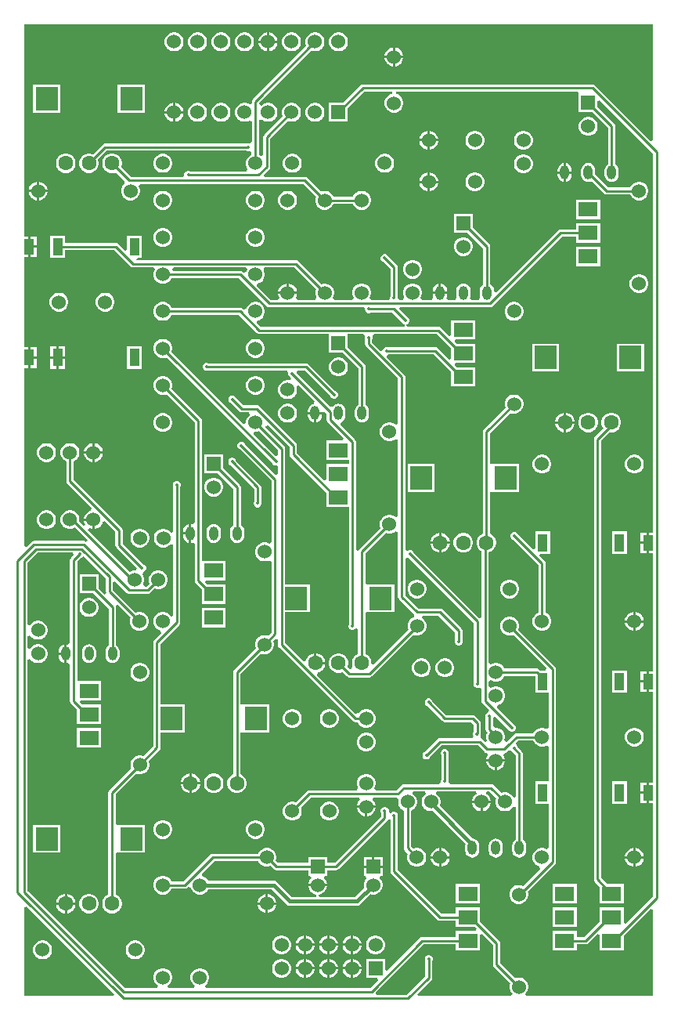
<source format=gtl>
G04*
G04 #@! TF.GenerationSoftware,Altium Limited,Altium Designer,25.8.1 (18)*
G04*
G04 Layer_Physical_Order=1*
G04 Layer_Color=255*
%FSLAX44Y44*%
%MOMM*%
G71*
G04*
G04 #@! TF.SameCoordinates,F1EE7967-946D-41B3-A8E5-45C9097F8446*
G04*
G04*
G04 #@! TF.FilePolarity,Positive*
G04*
G01*
G75*
%ADD10C,0.2540*%
%ADD21C,0.4500*%
%ADD22O,1.0000X1.5240*%
%ADD23C,1.5240*%
%ADD24R,1.5240X1.5240*%
%ADD25R,1.1000X1.7000*%
%ADD26R,1.1000X1.9000*%
%ADD27R,2.1000X1.6000*%
%ADD28C,1.6000*%
%ADD29R,2.4000X2.5000*%
%ADD30C,0.3500*%
G36*
X690000Y934841D02*
X687653Y933868D01*
X627345Y994177D01*
X626085Y995019D01*
X624598Y995315D01*
X376430D01*
X374943Y995019D01*
X373683Y994177D01*
X354666Y975160D01*
X339840D01*
Y954840D01*
X360160D01*
Y969666D01*
X378039Y987545D01*
X407751D01*
X408085Y985005D01*
X406078Y984468D01*
X403762Y983130D01*
X401870Y981238D01*
X400532Y978922D01*
X399840Y976338D01*
Y973662D01*
X400532Y971078D01*
X401870Y968762D01*
X403762Y966870D01*
X406078Y965532D01*
X408662Y964840D01*
X411338D01*
X413922Y965532D01*
X416238Y966870D01*
X418130Y968762D01*
X419468Y971078D01*
X420160Y973662D01*
Y976338D01*
X419468Y978922D01*
X418130Y981238D01*
X416238Y983130D01*
X413922Y984468D01*
X411915Y985005D01*
X412249Y987545D01*
X608501D01*
X609840Y985560D01*
Y965240D01*
X624666D01*
X641515Y948391D01*
Y909143D01*
X640022Y907998D01*
X638814Y906423D01*
X638054Y904588D01*
X637795Y902620D01*
Y897380D01*
X638054Y895412D01*
X638814Y893577D01*
X640022Y892002D01*
X641598Y890794D01*
X643432Y890034D01*
X645400Y889775D01*
X647368Y890034D01*
X649202Y890794D01*
X650778Y892002D01*
X651986Y893577D01*
X652746Y895412D01*
X653005Y897380D01*
Y902620D01*
X652746Y904588D01*
X651986Y906423D01*
X650778Y907998D01*
X649285Y909143D01*
Y950000D01*
X648989Y951487D01*
X648147Y952747D01*
X630160Y970734D01*
Y977056D01*
X632507Y978028D01*
X690000Y920535D01*
Y511040D01*
X686070D01*
Y500000D01*
Y488960D01*
X690000D01*
Y361040D01*
X686070D01*
Y350000D01*
Y338960D01*
X690000D01*
Y241040D01*
X686070D01*
Y230000D01*
Y218960D01*
X690000D01*
Y117594D01*
X660787Y88380D01*
X658440Y89352D01*
Y105940D01*
X632360D01*
Y90354D01*
X615891Y73885D01*
X607640D01*
Y80540D01*
X581560D01*
Y59460D01*
X607640D01*
Y66115D01*
X617500D01*
X618987Y66411D01*
X620247Y67253D01*
X630013Y77020D01*
X632360Y76048D01*
Y59460D01*
X658440D01*
Y75046D01*
X687653Y104260D01*
X690000Y103288D01*
Y10000D01*
X552856D01*
X551908Y12540D01*
X553130Y13762D01*
X554468Y16078D01*
X555160Y18662D01*
Y21338D01*
X554468Y23922D01*
X553130Y26238D01*
X551238Y28130D01*
X548922Y29468D01*
X546338Y30160D01*
X543662D01*
X541078Y29468D01*
X541045Y29448D01*
X524785Y45709D01*
Y67000D01*
X524489Y68487D01*
X523647Y69747D01*
X503040Y90354D01*
Y105940D01*
X476960D01*
Y99285D01*
X461209D01*
X413885Y146609D01*
Y203168D01*
X414290Y204147D01*
Y205853D01*
X413637Y207430D01*
X412430Y208637D01*
X410853Y209290D01*
X409147D01*
X407570Y208637D01*
X406425Y207492D01*
X406355Y207494D01*
X404290Y209147D01*
Y210853D01*
X403637Y212430D01*
X402430Y213637D01*
X400853Y214290D01*
X399147D01*
X397570Y213637D01*
X396363Y212430D01*
X395710Y210853D01*
Y209147D01*
X396115Y208168D01*
Y204109D01*
X345891Y153885D01*
X337660D01*
Y160160D01*
X317340D01*
Y153885D01*
X284109D01*
X281949Y156045D01*
X281968Y156078D01*
X282660Y158662D01*
Y161338D01*
X281968Y163922D01*
X280630Y166238D01*
X278738Y168130D01*
X276422Y169468D01*
X273838Y170160D01*
X271162D01*
X268578Y169468D01*
X266262Y168130D01*
X264370Y166238D01*
X263032Y163922D01*
X263022Y163885D01*
X213836D01*
X212349Y163589D01*
X211089Y162747D01*
X182227Y133885D01*
X169478D01*
X169468Y133922D01*
X168130Y136238D01*
X166238Y138130D01*
X163922Y139468D01*
X161338Y140160D01*
X158662D01*
X156078Y139468D01*
X153762Y138130D01*
X151870Y136238D01*
X150532Y133922D01*
X149840Y131338D01*
Y128662D01*
X150532Y126078D01*
X151870Y123762D01*
X153762Y121870D01*
X156078Y120532D01*
X158662Y119840D01*
X161338D01*
X163922Y120532D01*
X166238Y121870D01*
X168130Y123762D01*
X169468Y126078D01*
X169478Y126115D01*
X183836D01*
X185322Y126411D01*
X186582Y127253D01*
X187395Y128065D01*
X190208Y127287D01*
X190532Y126078D01*
X191870Y123762D01*
X193762Y121870D01*
X196078Y120532D01*
X198662Y119840D01*
X201338D01*
X203922Y120532D01*
X206238Y121870D01*
X208130Y123762D01*
X208912Y125116D01*
X277977D01*
X294047Y109047D01*
X295631Y107988D01*
X297500Y107616D01*
X370000D01*
X371869Y107988D01*
X373453Y109047D01*
X384652Y120245D01*
X386162Y119840D01*
X388838D01*
X391422Y120532D01*
X393738Y121870D01*
X395630Y123762D01*
X396968Y126078D01*
X397660Y128662D01*
Y131338D01*
X396968Y133922D01*
X395630Y136238D01*
X394568Y137300D01*
X395620Y139840D01*
X397660D01*
Y148730D01*
X387500D01*
X377340D01*
Y139840D01*
X379380D01*
X380432Y137300D01*
X379370Y136238D01*
X378032Y133922D01*
X377340Y131338D01*
Y128662D01*
X377745Y127152D01*
X367977Y117384D01*
X329040D01*
X328838Y119840D01*
X331422Y120532D01*
X333738Y121870D01*
X335630Y123762D01*
X336968Y126078D01*
X337660Y128662D01*
Y128730D01*
X327500D01*
X317340D01*
Y128662D01*
X318032Y126078D01*
X319370Y123762D01*
X321262Y121870D01*
X323578Y120532D01*
X326162Y119840D01*
X325960Y117384D01*
X299523D01*
X283453Y133453D01*
X281869Y134512D01*
X280000Y134884D01*
X208912D01*
X208130Y136238D01*
X206238Y138130D01*
X203922Y139468D01*
X202713Y139791D01*
X201935Y142605D01*
X215445Y156115D01*
X263022D01*
X263032Y156078D01*
X264370Y153762D01*
X266262Y151870D01*
X268578Y150532D01*
X271162Y149840D01*
X273838D01*
X276422Y150532D01*
X276455Y150552D01*
X279753Y147253D01*
X281013Y146411D01*
X282500Y146115D01*
X317340D01*
Y139840D01*
X319380D01*
X320432Y137300D01*
X319370Y136238D01*
X318032Y133922D01*
X317340Y131338D01*
Y131270D01*
X327500D01*
X337660D01*
Y131338D01*
X336968Y133922D01*
X335630Y136238D01*
X334568Y137300D01*
X335620Y139840D01*
X337660D01*
Y146115D01*
X347500D01*
X348987Y146411D01*
X350247Y147253D01*
X402747Y199753D01*
X403589Y201013D01*
X406115Y200695D01*
Y145000D01*
X406411Y143513D01*
X407253Y142253D01*
X456853Y92653D01*
X458113Y91811D01*
X459600Y91515D01*
X476960D01*
Y84860D01*
X497546D01*
X499520Y82887D01*
X498548Y80540D01*
X476960D01*
Y73885D01*
X440628D01*
X439142Y73589D01*
X437881Y72747D01*
X402507Y37372D01*
X400160Y38344D01*
Y50160D01*
X379840D01*
Y29840D01*
X391656D01*
X392628Y27493D01*
X384019Y18885D01*
X206148D01*
X205467Y21425D01*
X206238Y21870D01*
X208130Y23762D01*
X209468Y26078D01*
X210160Y28662D01*
Y31338D01*
X209468Y33922D01*
X208130Y36238D01*
X206238Y38130D01*
X203922Y39468D01*
X201338Y40160D01*
X198662D01*
X196078Y39468D01*
X193762Y38130D01*
X191870Y36238D01*
X190532Y33922D01*
X189840Y31338D01*
Y28662D01*
X190532Y26078D01*
X191870Y23762D01*
X193762Y21870D01*
X194533Y21425D01*
X193852Y18885D01*
X166148D01*
X165467Y21425D01*
X166238Y21870D01*
X168130Y23762D01*
X169468Y26078D01*
X170160Y28662D01*
Y31338D01*
X169468Y33922D01*
X168130Y36238D01*
X166238Y38130D01*
X163922Y39468D01*
X161338Y40160D01*
X158662D01*
X156078Y39468D01*
X153762Y38130D01*
X151870Y36238D01*
X150532Y33922D01*
X149840Y31338D01*
Y28662D01*
X150532Y26078D01*
X151870Y23762D01*
X153762Y21870D01*
X154533Y21425D01*
X153852Y18885D01*
X119109D01*
X13885Y124109D01*
Y373852D01*
X16425Y374533D01*
X16870Y373762D01*
X18762Y371870D01*
X21078Y370532D01*
X23662Y369840D01*
X26338D01*
X28922Y370532D01*
X31238Y371870D01*
X33130Y373762D01*
X34468Y376078D01*
X35160Y378662D01*
Y381338D01*
X34468Y383922D01*
X33130Y386238D01*
X31238Y388130D01*
X28922Y389468D01*
X26338Y390160D01*
X23662D01*
X21078Y389468D01*
X18762Y388130D01*
X16870Y386238D01*
X16425Y385467D01*
X13885Y386148D01*
Y399252D01*
X16425Y399933D01*
X16870Y399162D01*
X18762Y397270D01*
X21078Y395932D01*
X23662Y395240D01*
X26338D01*
X28922Y395932D01*
X31238Y397270D01*
X33130Y399162D01*
X34468Y401478D01*
X35160Y404062D01*
Y406738D01*
X34468Y409322D01*
X33130Y411638D01*
X31238Y413530D01*
X28922Y414868D01*
X26338Y415560D01*
X23662D01*
X21078Y414868D01*
X18762Y413530D01*
X16870Y411638D01*
X16425Y410867D01*
X13885Y411548D01*
Y478391D01*
X24669Y489175D01*
X62590D01*
X63642Y486635D01*
X60663Y483657D01*
X59821Y482397D01*
X59525Y480910D01*
Y391402D01*
X56985Y389793D01*
X56568Y389966D01*
X55870Y390058D01*
Y380000D01*
Y369942D01*
X56568Y370034D01*
X56985Y370207D01*
X59525Y368598D01*
Y328690D01*
X59821Y327203D01*
X60663Y325943D01*
X66960Y319646D01*
Y304060D01*
X93040D01*
Y325140D01*
X72454D01*
X70480Y327113D01*
X71452Y329460D01*
X93040D01*
Y350540D01*
X67295D01*
Y479301D01*
X71452Y483458D01*
X72430Y483863D01*
X73637Y485070D01*
X74607Y485263D01*
X98352Y461517D01*
Y447364D01*
X98648Y445877D01*
X98725Y445760D01*
X96752Y444141D01*
X90160Y450734D01*
Y465560D01*
X69840D01*
Y445240D01*
X84666D01*
X101515Y428391D01*
Y389143D01*
X100022Y387998D01*
X98814Y386423D01*
X98054Y384588D01*
X97795Y382620D01*
Y377380D01*
X98054Y375412D01*
X98814Y373577D01*
X100022Y372002D01*
X101597Y370794D01*
X103432Y370034D01*
X105400Y369775D01*
X107368Y370034D01*
X109202Y370794D01*
X110778Y372002D01*
X111986Y373577D01*
X112746Y375412D01*
X113005Y377380D01*
Y382620D01*
X112746Y384588D01*
X111986Y386423D01*
X110778Y387998D01*
X109285Y389143D01*
Y430000D01*
X108989Y431487D01*
X108911Y431603D01*
X110884Y433222D01*
X125152Y418955D01*
X125132Y418922D01*
X124440Y416338D01*
Y413662D01*
X125132Y411078D01*
X126470Y408762D01*
X128362Y406870D01*
X130678Y405532D01*
X133262Y404840D01*
X135938D01*
X138522Y405532D01*
X140838Y406870D01*
X142730Y408762D01*
X144068Y411078D01*
X144760Y413662D01*
Y416338D01*
X144068Y418922D01*
X142730Y421238D01*
X140838Y423130D01*
X138522Y424468D01*
X135938Y425160D01*
X133262D01*
X130678Y424468D01*
X130645Y424449D01*
X106121Y448973D01*
Y457614D01*
X108468Y458586D01*
X121230Y445823D01*
X122491Y444981D01*
X123977Y444685D01*
X143570D01*
X145057Y444981D01*
X146317Y445823D01*
X151045Y450551D01*
X151078Y450532D01*
X153662Y449840D01*
X156338D01*
X158922Y450532D01*
X161238Y451870D01*
X163130Y453762D01*
X164468Y456078D01*
X165160Y458662D01*
Y461338D01*
X164468Y463922D01*
X163130Y466238D01*
X161238Y468130D01*
X158922Y469468D01*
X156338Y470160D01*
X153662D01*
X151078Y469468D01*
X148762Y468130D01*
X146870Y466238D01*
X145532Y463922D01*
X144840Y461338D01*
Y458662D01*
X145532Y456078D01*
X145552Y456045D01*
X142215Y452708D01*
X139615Y452924D01*
X138442Y454995D01*
X139068Y456078D01*
X139760Y458662D01*
Y461338D01*
X139068Y463922D01*
X138058Y465670D01*
X138153Y466487D01*
X138513Y467573D01*
X139058Y468502D01*
X139930Y468863D01*
X141137Y470070D01*
X141790Y471647D01*
Y473353D01*
X141137Y474930D01*
X139930Y476137D01*
X138952Y476542D01*
X116385Y499109D01*
Y513665D01*
X116089Y515151D01*
X115247Y516411D01*
X63485Y568174D01*
Y588022D01*
X63522Y588032D01*
X65838Y589370D01*
X67730Y591262D01*
X69068Y593578D01*
X69760Y596162D01*
Y598838D01*
X69068Y601422D01*
X67730Y603738D01*
X65838Y605630D01*
X63522Y606968D01*
X60938Y607660D01*
X58262D01*
X55678Y606968D01*
X53362Y605630D01*
X51470Y603738D01*
X50132Y601422D01*
X49440Y598838D01*
Y596162D01*
X50132Y593578D01*
X51470Y591262D01*
X53362Y589370D01*
X55678Y588032D01*
X55715Y588022D01*
Y566565D01*
X56011Y565078D01*
X56853Y563818D01*
X83065Y537606D01*
X82287Y534792D01*
X81078Y534468D01*
X78762Y533130D01*
X76870Y531239D01*
X75532Y528922D01*
X74840Y526338D01*
Y526270D01*
X85000D01*
Y525000D01*
X86270D01*
Y514840D01*
X86338D01*
X88922Y515532D01*
X91238Y516870D01*
X93130Y518762D01*
X94468Y521078D01*
X94791Y522287D01*
X97605Y523065D01*
X108615Y512056D01*
Y497500D01*
X108911Y496013D01*
X109753Y494753D01*
X132002Y472504D01*
X131140Y470606D01*
X130754Y470160D01*
X128262D01*
X125678Y469468D01*
X124060Y468533D01*
X78513Y514081D01*
X80073Y516113D01*
X81078Y515532D01*
X83662Y514840D01*
X83730D01*
Y523730D01*
X74840D01*
Y523662D01*
X75532Y521078D01*
X76113Y520073D01*
X74081Y518513D01*
X69585Y523009D01*
X69760Y523662D01*
Y526338D01*
X69068Y528922D01*
X67730Y531239D01*
X65838Y533130D01*
X63522Y534468D01*
X60938Y535160D01*
X58262D01*
X55678Y534468D01*
X53362Y533130D01*
X51470Y531239D01*
X50132Y528922D01*
X49440Y526338D01*
Y523662D01*
X50132Y521078D01*
X51470Y518762D01*
X53362Y516870D01*
X55678Y515532D01*
X58262Y514840D01*
X60938D01*
X63522Y515532D01*
X65140Y516467D01*
X78905Y502702D01*
X77154Y500887D01*
X75894Y501729D01*
X74407Y502025D01*
X20640D01*
X19153Y501729D01*
X17893Y500887D01*
X12347Y495340D01*
X10000Y496312D01*
Y688960D01*
X13930D01*
Y700000D01*
Y711040D01*
X10000D01*
Y808960D01*
X13930D01*
Y820000D01*
Y831040D01*
X10000D01*
Y1060000D01*
X690000D01*
Y934841D01*
D02*
G37*
G36*
X517015Y65391D02*
Y44100D01*
X517311Y42613D01*
X518153Y41353D01*
X535551Y23955D01*
X535532Y23922D01*
X534840Y21338D01*
Y18662D01*
X535532Y16078D01*
X536870Y13762D01*
X538092Y12540D01*
X537144Y10000D01*
X436312D01*
X435340Y12347D01*
X450247Y27253D01*
X451089Y28513D01*
X451385Y30000D01*
Y48168D01*
X451790Y49147D01*
Y50853D01*
X451137Y52430D01*
X449930Y53637D01*
X448353Y54290D01*
X446647D01*
X445070Y53637D01*
X443863Y52430D01*
X443210Y50853D01*
Y49147D01*
X443615Y48168D01*
Y31609D01*
X423391Y11385D01*
X391099D01*
X390047Y13925D01*
X442237Y66115D01*
X476960D01*
Y59460D01*
X503040D01*
Y76048D01*
X505387Y77020D01*
X517015Y65391D01*
D02*
G37*
G36*
X107160Y12347D02*
X106188Y10000D01*
X10000D01*
Y106188D01*
X12347Y107160D01*
X107160Y12347D01*
D02*
G37*
%LPC*%
G36*
X275138Y1051360D02*
X275070D01*
Y1042470D01*
X283960D01*
Y1042538D01*
X283268Y1045122D01*
X281930Y1047438D01*
X280038Y1049330D01*
X277722Y1050668D01*
X275138Y1051360D01*
D02*
G37*
G36*
X272530D02*
X272462D01*
X269878Y1050668D01*
X267562Y1049330D01*
X265670Y1047438D01*
X264332Y1045122D01*
X263640Y1042538D01*
Y1042470D01*
X272530D01*
Y1051360D01*
D02*
G37*
G36*
X351338D02*
X348662D01*
X346078Y1050668D01*
X343762Y1049330D01*
X341870Y1047438D01*
X340532Y1045122D01*
X339840Y1042538D01*
Y1039862D01*
X340532Y1037278D01*
X341870Y1034962D01*
X343762Y1033070D01*
X346078Y1031732D01*
X348662Y1031040D01*
X351338D01*
X353922Y1031732D01*
X356238Y1033070D01*
X358130Y1034962D01*
X359468Y1037278D01*
X360160Y1039862D01*
Y1042538D01*
X359468Y1045122D01*
X358130Y1047438D01*
X356238Y1049330D01*
X353922Y1050668D01*
X351338Y1051360D01*
D02*
G37*
G36*
X325938D02*
X323262D01*
X320678Y1050668D01*
X318362Y1049330D01*
X316470Y1047438D01*
X315132Y1045122D01*
X314440Y1042538D01*
Y1039862D01*
X315132Y1037278D01*
X315152Y1037245D01*
X257253Y979347D01*
X256411Y978087D01*
X256115Y976600D01*
Y975060D01*
X253575Y973744D01*
X252322Y974468D01*
X249738Y975160D01*
X247062D01*
X244478Y974468D01*
X242162Y973130D01*
X240270Y971238D01*
X238932Y968922D01*
X238240Y966338D01*
Y963662D01*
X238932Y961078D01*
X240270Y958762D01*
X242162Y956870D01*
X244478Y955532D01*
X247062Y954840D01*
X249738D01*
X252322Y955532D01*
X253575Y956256D01*
X256115Y954940D01*
Y933270D01*
X253575Y931698D01*
X253353Y931790D01*
X251647D01*
X250668Y931385D01*
X97500D01*
X96013Y931089D01*
X94753Y930247D01*
X84233Y919727D01*
X84068Y919822D01*
X81388Y920540D01*
X78612D01*
X75932Y919822D01*
X73528Y918434D01*
X71566Y916472D01*
X70178Y914068D01*
X69460Y911388D01*
Y908612D01*
X70178Y905932D01*
X71566Y903528D01*
X73528Y901566D01*
X75932Y900178D01*
X78612Y899460D01*
X81388D01*
X84068Y900178D01*
X86472Y901566D01*
X88434Y903528D01*
X89822Y905932D01*
X90540Y908612D01*
Y911388D01*
X89822Y914068D01*
X89727Y914233D01*
X99109Y923615D01*
X250668D01*
X251647Y923210D01*
X253353D01*
X253575Y923302D01*
X255880Y921875D01*
X255956Y920958D01*
X255930Y919382D01*
X253762Y918130D01*
X251870Y916238D01*
X250532Y913922D01*
X249840Y911338D01*
Y908662D01*
X250532Y906078D01*
X251776Y903925D01*
X251591Y903215D01*
X250655Y901385D01*
X189332D01*
X188353Y901790D01*
X186647D01*
X185070Y901137D01*
X183863Y899930D01*
X183210Y898353D01*
Y896647D01*
X182320Y895315D01*
X125179D01*
X114727Y905767D01*
X114822Y905932D01*
X115540Y908612D01*
Y911388D01*
X114822Y914068D01*
X113434Y916472D01*
X111472Y918434D01*
X109068Y919822D01*
X106388Y920540D01*
X103612D01*
X100932Y919822D01*
X98528Y918434D01*
X96566Y916472D01*
X95178Y914068D01*
X94460Y911388D01*
Y908612D01*
X95178Y905932D01*
X96566Y903528D01*
X98528Y901566D01*
X100932Y900178D01*
X103612Y899460D01*
X106388D01*
X109068Y900178D01*
X109233Y900273D01*
X118889Y890617D01*
X118688Y888057D01*
X116870Y886238D01*
X115532Y883922D01*
X114840Y881338D01*
Y878662D01*
X115532Y876078D01*
X116870Y873762D01*
X118762Y871870D01*
X121078Y870532D01*
X123662Y869840D01*
X126338D01*
X128922Y870532D01*
X131238Y871870D01*
X133130Y873762D01*
X134468Y876078D01*
X135160Y878662D01*
Y881338D01*
X134468Y883922D01*
X133842Y885005D01*
X135282Y887545D01*
X311961D01*
X325551Y873955D01*
X325532Y873922D01*
X324840Y871338D01*
Y868662D01*
X325532Y866078D01*
X326870Y863762D01*
X328762Y861870D01*
X331078Y860532D01*
X333662Y859840D01*
X336338D01*
X338922Y860532D01*
X341238Y861870D01*
X343130Y863762D01*
X344468Y866078D01*
X344478Y866115D01*
X365522D01*
X365532Y866078D01*
X366870Y863762D01*
X368762Y861870D01*
X371078Y860532D01*
X373662Y859840D01*
X376338D01*
X378922Y860532D01*
X381238Y861870D01*
X383130Y863762D01*
X384468Y866078D01*
X385160Y868662D01*
Y871338D01*
X384468Y873922D01*
X383130Y876238D01*
X381238Y878130D01*
X378922Y879468D01*
X376338Y880160D01*
X373662D01*
X371078Y879468D01*
X368762Y878130D01*
X366870Y876238D01*
X365532Y873922D01*
X365522Y873885D01*
X344478D01*
X344468Y873922D01*
X343130Y876238D01*
X341238Y878130D01*
X338922Y879468D01*
X336338Y880160D01*
X333662D01*
X331078Y879468D01*
X331045Y879448D01*
X316317Y894177D01*
X315057Y895019D01*
X313570Y895315D01*
X270292D01*
X269319Y897661D01*
X275247Y903589D01*
X276089Y904849D01*
X276385Y906336D01*
Y936691D01*
X295245Y955552D01*
X295278Y955532D01*
X297862Y954840D01*
X300538D01*
X303122Y955532D01*
X305438Y956870D01*
X307330Y958762D01*
X308668Y961078D01*
X309360Y963662D01*
Y966338D01*
X308668Y968922D01*
X307330Y971238D01*
X305438Y973130D01*
X303122Y974468D01*
X300538Y975160D01*
X297862D01*
X295278Y974468D01*
X292962Y973130D01*
X291070Y971238D01*
X289732Y968922D01*
X289040Y966338D01*
Y963662D01*
X289732Y961078D01*
X289751Y961045D01*
X269753Y941047D01*
X268911Y939787D01*
X268615Y938300D01*
Y919345D01*
X266785Y918409D01*
X266075Y918224D01*
X263922Y919468D01*
X263885Y919477D01*
Y956955D01*
X266425Y958007D01*
X267562Y956870D01*
X269878Y955532D01*
X272462Y954840D01*
X275138D01*
X277722Y955532D01*
X280038Y956870D01*
X281930Y958762D01*
X283268Y961078D01*
X283960Y963662D01*
Y966338D01*
X283268Y968922D01*
X281930Y971238D01*
X280038Y973130D01*
X277722Y974468D01*
X275138Y975160D01*
X272462D01*
X269878Y974468D01*
X267562Y973130D01*
X266985Y972553D01*
X264511Y973506D01*
X264286Y975392D01*
X320645Y1031751D01*
X320678Y1031732D01*
X323262Y1031040D01*
X325938D01*
X328522Y1031732D01*
X330838Y1033070D01*
X332730Y1034962D01*
X334068Y1037278D01*
X334760Y1039862D01*
Y1042538D01*
X334068Y1045122D01*
X332730Y1047438D01*
X330838Y1049330D01*
X328522Y1050668D01*
X325938Y1051360D01*
D02*
G37*
G36*
X300538D02*
X297862D01*
X295278Y1050668D01*
X292962Y1049330D01*
X291070Y1047438D01*
X289732Y1045122D01*
X289040Y1042538D01*
Y1039862D01*
X289732Y1037278D01*
X291070Y1034962D01*
X292962Y1033070D01*
X295278Y1031732D01*
X297862Y1031040D01*
X300538D01*
X303122Y1031732D01*
X305438Y1033070D01*
X307330Y1034962D01*
X308668Y1037278D01*
X309360Y1039862D01*
Y1042538D01*
X308668Y1045122D01*
X307330Y1047438D01*
X305438Y1049330D01*
X303122Y1050668D01*
X300538Y1051360D01*
D02*
G37*
G36*
X283960Y1039930D02*
X275070D01*
Y1031040D01*
X275138D01*
X277722Y1031732D01*
X280038Y1033070D01*
X281930Y1034962D01*
X283268Y1037278D01*
X283960Y1039862D01*
Y1039930D01*
D02*
G37*
G36*
X272530D02*
X263640D01*
Y1039862D01*
X264332Y1037278D01*
X265670Y1034962D01*
X267562Y1033070D01*
X269878Y1031732D01*
X272462Y1031040D01*
X272530D01*
Y1039930D01*
D02*
G37*
G36*
X249738Y1051360D02*
X247062D01*
X244478Y1050668D01*
X242162Y1049330D01*
X240270Y1047438D01*
X238932Y1045122D01*
X238240Y1042538D01*
Y1039862D01*
X238932Y1037278D01*
X240270Y1034962D01*
X242162Y1033070D01*
X244478Y1031732D01*
X247062Y1031040D01*
X249738D01*
X252322Y1031732D01*
X254638Y1033070D01*
X256530Y1034962D01*
X257868Y1037278D01*
X258560Y1039862D01*
Y1042538D01*
X257868Y1045122D01*
X256530Y1047438D01*
X254638Y1049330D01*
X252322Y1050668D01*
X249738Y1051360D01*
D02*
G37*
G36*
X224338D02*
X221662D01*
X219078Y1050668D01*
X216762Y1049330D01*
X214870Y1047438D01*
X213532Y1045122D01*
X212840Y1042538D01*
Y1039862D01*
X213532Y1037278D01*
X214870Y1034962D01*
X216762Y1033070D01*
X219078Y1031732D01*
X221662Y1031040D01*
X224338D01*
X226922Y1031732D01*
X229238Y1033070D01*
X231130Y1034962D01*
X232468Y1037278D01*
X233160Y1039862D01*
Y1042538D01*
X232468Y1045122D01*
X231130Y1047438D01*
X229238Y1049330D01*
X226922Y1050668D01*
X224338Y1051360D01*
D02*
G37*
G36*
X198938D02*
X196262D01*
X193678Y1050668D01*
X191362Y1049330D01*
X189470Y1047438D01*
X188132Y1045122D01*
X187440Y1042538D01*
Y1039862D01*
X188132Y1037278D01*
X189470Y1034962D01*
X191362Y1033070D01*
X193678Y1031732D01*
X196262Y1031040D01*
X198938D01*
X201522Y1031732D01*
X203838Y1033070D01*
X205730Y1034962D01*
X207068Y1037278D01*
X207760Y1039862D01*
Y1042538D01*
X207068Y1045122D01*
X205730Y1047438D01*
X203838Y1049330D01*
X201522Y1050668D01*
X198938Y1051360D01*
D02*
G37*
G36*
X173538D02*
X170862D01*
X168278Y1050668D01*
X165962Y1049330D01*
X164070Y1047438D01*
X162732Y1045122D01*
X162040Y1042538D01*
Y1039862D01*
X162732Y1037278D01*
X164070Y1034962D01*
X165962Y1033070D01*
X168278Y1031732D01*
X170862Y1031040D01*
X173538D01*
X176122Y1031732D01*
X178438Y1033070D01*
X180330Y1034962D01*
X181668Y1037278D01*
X182360Y1039862D01*
Y1042538D01*
X181668Y1045122D01*
X180330Y1047438D01*
X178438Y1049330D01*
X176122Y1050668D01*
X173538Y1051360D01*
D02*
G37*
G36*
X411338Y1035160D02*
X411270D01*
Y1026270D01*
X420160D01*
Y1026338D01*
X419468Y1028922D01*
X418130Y1031238D01*
X416238Y1033130D01*
X413922Y1034468D01*
X411338Y1035160D01*
D02*
G37*
G36*
X408730D02*
X408662D01*
X406078Y1034468D01*
X403762Y1033130D01*
X401870Y1031238D01*
X400532Y1028922D01*
X399840Y1026338D01*
Y1026270D01*
X408730D01*
Y1035160D01*
D02*
G37*
G36*
X420160Y1023730D02*
X411270D01*
Y1014840D01*
X411338D01*
X413922Y1015532D01*
X416238Y1016870D01*
X418130Y1018762D01*
X419468Y1021078D01*
X420160Y1023662D01*
Y1023730D01*
D02*
G37*
G36*
X408730D02*
X399840D01*
Y1023662D01*
X400532Y1021078D01*
X401870Y1018762D01*
X403762Y1016870D01*
X406078Y1015532D01*
X408662Y1014840D01*
X408730D01*
Y1023730D01*
D02*
G37*
G36*
X173538Y975160D02*
X173470D01*
Y966270D01*
X182360D01*
Y966338D01*
X181668Y968922D01*
X180330Y971238D01*
X178438Y973130D01*
X176122Y974468D01*
X173538Y975160D01*
D02*
G37*
G36*
X170930D02*
X170862D01*
X168278Y974468D01*
X165962Y973130D01*
X164070Y971238D01*
X162732Y968922D01*
X162040Y966338D01*
Y966270D01*
X170930D01*
Y975160D01*
D02*
G37*
G36*
X140290Y995040D02*
X111210D01*
Y964960D01*
X140290D01*
Y995040D01*
D02*
G37*
G36*
X48790D02*
X19710D01*
Y964960D01*
X48790D01*
Y995040D01*
D02*
G37*
G36*
X325938Y975160D02*
X323262D01*
X320678Y974468D01*
X318362Y973130D01*
X316470Y971238D01*
X315132Y968922D01*
X314440Y966338D01*
Y963662D01*
X315132Y961078D01*
X316470Y958762D01*
X318362Y956870D01*
X320678Y955532D01*
X323262Y954840D01*
X325938D01*
X328522Y955532D01*
X330838Y956870D01*
X332730Y958762D01*
X334068Y961078D01*
X334760Y963662D01*
Y966338D01*
X334068Y968922D01*
X332730Y971238D01*
X330838Y973130D01*
X328522Y974468D01*
X325938Y975160D01*
D02*
G37*
G36*
X224338D02*
X221662D01*
X219078Y974468D01*
X216762Y973130D01*
X214870Y971238D01*
X213532Y968922D01*
X212840Y966338D01*
Y963662D01*
X213532Y961078D01*
X214870Y958762D01*
X216762Y956870D01*
X219078Y955532D01*
X221662Y954840D01*
X224338D01*
X226922Y955532D01*
X229238Y956870D01*
X231130Y958762D01*
X232468Y961078D01*
X233160Y963662D01*
Y966338D01*
X232468Y968922D01*
X231130Y971238D01*
X229238Y973130D01*
X226922Y974468D01*
X224338Y975160D01*
D02*
G37*
G36*
X198938D02*
X196262D01*
X193678Y974468D01*
X191362Y973130D01*
X189470Y971238D01*
X188132Y968922D01*
X187440Y966338D01*
Y963662D01*
X188132Y961078D01*
X189470Y958762D01*
X191362Y956870D01*
X193678Y955532D01*
X196262Y954840D01*
X198938D01*
X201522Y955532D01*
X203838Y956870D01*
X205730Y958762D01*
X207068Y961078D01*
X207760Y963662D01*
Y966338D01*
X207068Y968922D01*
X205730Y971238D01*
X203838Y973130D01*
X201522Y974468D01*
X198938Y975160D01*
D02*
G37*
G36*
X182360Y963730D02*
X173470D01*
Y954840D01*
X173538D01*
X176122Y955532D01*
X178438Y956870D01*
X180330Y958762D01*
X181668Y961078D01*
X182360Y963662D01*
Y963730D01*
D02*
G37*
G36*
X170930D02*
X162040D01*
Y963662D01*
X162732Y961078D01*
X164070Y958762D01*
X165962Y956870D01*
X168278Y955532D01*
X170862Y954840D01*
X170930D01*
Y963730D01*
D02*
G37*
G36*
X621338Y960160D02*
X618662D01*
X616078Y959468D01*
X613762Y958130D01*
X611870Y956238D01*
X610532Y953922D01*
X609840Y951338D01*
Y948662D01*
X610532Y946078D01*
X611870Y943762D01*
X613762Y941870D01*
X616078Y940532D01*
X618662Y939840D01*
X621338D01*
X623922Y940532D01*
X626238Y941870D01*
X628130Y943762D01*
X629468Y946078D01*
X630160Y948662D01*
Y951338D01*
X629468Y953922D01*
X628130Y956238D01*
X626238Y958130D01*
X623922Y959468D01*
X621338Y960160D01*
D02*
G37*
G36*
X448838Y945160D02*
X448770D01*
Y936270D01*
X457660D01*
Y936338D01*
X456968Y938922D01*
X455630Y941238D01*
X453738Y943130D01*
X451422Y944468D01*
X448838Y945160D01*
D02*
G37*
G36*
X446230D02*
X446162D01*
X443578Y944468D01*
X441262Y943130D01*
X439370Y941238D01*
X438032Y938922D01*
X437340Y936338D01*
Y936270D01*
X446230D01*
Y945160D01*
D02*
G37*
G36*
X551338D02*
X548662D01*
X546078Y944468D01*
X543762Y943130D01*
X541870Y941238D01*
X540532Y938922D01*
X539840Y936338D01*
Y933662D01*
X540532Y931078D01*
X541870Y928762D01*
X543762Y926870D01*
X546078Y925532D01*
X548662Y924840D01*
X551338D01*
X553922Y925532D01*
X556238Y926870D01*
X558130Y928762D01*
X559468Y931078D01*
X560160Y933662D01*
Y936338D01*
X559468Y938922D01*
X558130Y941238D01*
X556238Y943130D01*
X553922Y944468D01*
X551338Y945160D01*
D02*
G37*
G36*
X498838D02*
X496162D01*
X493578Y944468D01*
X491262Y943130D01*
X489370Y941238D01*
X488032Y938922D01*
X487340Y936338D01*
Y933662D01*
X488032Y931078D01*
X489370Y928762D01*
X491262Y926870D01*
X493578Y925532D01*
X496162Y924840D01*
X498838D01*
X501422Y925532D01*
X503738Y926870D01*
X505630Y928762D01*
X506968Y931078D01*
X507660Y933662D01*
Y936338D01*
X506968Y938922D01*
X505630Y941238D01*
X503738Y943130D01*
X501422Y944468D01*
X498838Y945160D01*
D02*
G37*
G36*
X457660Y933730D02*
X448770D01*
Y924840D01*
X448838D01*
X451422Y925532D01*
X453738Y926870D01*
X455630Y928762D01*
X456968Y931078D01*
X457660Y933662D01*
Y933730D01*
D02*
G37*
G36*
X446230D02*
X437340D01*
Y933662D01*
X438032Y931078D01*
X439370Y928762D01*
X441262Y926870D01*
X443578Y925532D01*
X446162Y924840D01*
X446230D01*
Y933730D01*
D02*
G37*
G36*
X595870Y910058D02*
Y901270D01*
X602205D01*
Y902620D01*
X601946Y904588D01*
X601186Y906423D01*
X599978Y907998D01*
X598402Y909206D01*
X596568Y909966D01*
X595870Y910058D01*
D02*
G37*
G36*
X593330Y910058D02*
X592632Y909966D01*
X590798Y909206D01*
X589222Y907998D01*
X588014Y906423D01*
X587254Y904588D01*
X586995Y902620D01*
Y901270D01*
X593330D01*
Y910058D01*
D02*
G37*
G36*
X401338Y920160D02*
X398662D01*
X396078Y919468D01*
X393762Y918130D01*
X391870Y916238D01*
X390532Y913922D01*
X389840Y911338D01*
Y908662D01*
X390532Y906078D01*
X391870Y903762D01*
X393762Y901870D01*
X396078Y900532D01*
X398662Y899840D01*
X401338D01*
X403922Y900532D01*
X406238Y901870D01*
X408130Y903762D01*
X409468Y906078D01*
X410160Y908662D01*
Y911338D01*
X409468Y913922D01*
X408130Y916238D01*
X406238Y918130D01*
X403922Y919468D01*
X401338Y920160D01*
D02*
G37*
G36*
X301338D02*
X298662D01*
X296078Y919468D01*
X293762Y918130D01*
X291870Y916238D01*
X290532Y913922D01*
X289840Y911338D01*
Y908662D01*
X290532Y906078D01*
X291870Y903762D01*
X293762Y901870D01*
X296078Y900532D01*
X298662Y899840D01*
X301338D01*
X303922Y900532D01*
X306238Y901870D01*
X308130Y903762D01*
X309468Y906078D01*
X310160Y908662D01*
Y911338D01*
X309468Y913922D01*
X308130Y916238D01*
X306238Y918130D01*
X303922Y919468D01*
X301338Y920160D01*
D02*
G37*
G36*
X161338D02*
X158662D01*
X156078Y919468D01*
X153762Y918130D01*
X151870Y916238D01*
X150532Y913922D01*
X149840Y911338D01*
Y908662D01*
X150532Y906078D01*
X151870Y903762D01*
X153762Y901870D01*
X156078Y900532D01*
X158662Y899840D01*
X161338D01*
X163922Y900532D01*
X166238Y901870D01*
X168130Y903762D01*
X169468Y906078D01*
X170160Y908662D01*
Y911338D01*
X169468Y913922D01*
X168130Y916238D01*
X166238Y918130D01*
X163922Y919468D01*
X161338Y920160D01*
D02*
G37*
G36*
X56388Y920540D02*
X53612D01*
X50932Y919822D01*
X48528Y918434D01*
X46566Y916472D01*
X45178Y914068D01*
X44460Y911388D01*
Y908612D01*
X45178Y905932D01*
X46566Y903528D01*
X48528Y901566D01*
X50932Y900178D01*
X53612Y899460D01*
X56388D01*
X59068Y900178D01*
X61472Y901566D01*
X63434Y903528D01*
X64822Y905932D01*
X65540Y908612D01*
Y911388D01*
X64822Y914068D01*
X63434Y916472D01*
X61472Y918434D01*
X59068Y919822D01*
X56388Y920540D01*
D02*
G37*
G36*
X551338Y919760D02*
X548662D01*
X546078Y919068D01*
X543762Y917730D01*
X541870Y915838D01*
X540532Y913522D01*
X539840Y910938D01*
Y908262D01*
X540532Y905678D01*
X541870Y903362D01*
X543762Y901470D01*
X546078Y900132D01*
X548662Y899440D01*
X551338D01*
X553922Y900132D01*
X556238Y901470D01*
X558130Y903362D01*
X559468Y905678D01*
X560160Y908262D01*
Y910938D01*
X559468Y913522D01*
X558130Y915838D01*
X556238Y917730D01*
X553922Y919068D01*
X551338Y919760D01*
D02*
G37*
G36*
X448838Y900160D02*
X448770D01*
Y891270D01*
X457660D01*
Y891338D01*
X456968Y893922D01*
X455630Y896238D01*
X453738Y898130D01*
X451422Y899468D01*
X448838Y900160D01*
D02*
G37*
G36*
X446230D02*
X446162D01*
X443578Y899468D01*
X441262Y898130D01*
X439370Y896238D01*
X438032Y893922D01*
X437340Y891338D01*
Y891270D01*
X446230D01*
Y900160D01*
D02*
G37*
G36*
X593330Y898730D02*
X586995D01*
Y897380D01*
X587254Y895412D01*
X588014Y893577D01*
X589222Y892002D01*
X590798Y890794D01*
X592632Y890034D01*
X593330Y889942D01*
Y898730D01*
D02*
G37*
G36*
X602205D02*
X595870D01*
Y889942D01*
X596568Y890034D01*
X598402Y890794D01*
X599978Y892002D01*
X601186Y893577D01*
X601946Y895412D01*
X602205Y897380D01*
Y898730D01*
D02*
G37*
G36*
X26338Y890160D02*
X26270D01*
Y881270D01*
X35160D01*
Y881338D01*
X34468Y883922D01*
X33130Y886238D01*
X31238Y888130D01*
X28922Y889468D01*
X26338Y890160D01*
D02*
G37*
G36*
X23730D02*
X23662D01*
X21078Y889468D01*
X18762Y888130D01*
X16870Y886238D01*
X15532Y883922D01*
X14840Y881338D01*
Y881270D01*
X23730D01*
Y890160D01*
D02*
G37*
G36*
X498838Y900160D02*
X496162D01*
X493578Y899468D01*
X491262Y898130D01*
X489370Y896238D01*
X488032Y893922D01*
X487340Y891338D01*
Y888662D01*
X488032Y886078D01*
X489370Y883762D01*
X491262Y881870D01*
X493578Y880532D01*
X496162Y879840D01*
X498838D01*
X501422Y880532D01*
X503738Y881870D01*
X505630Y883762D01*
X506968Y886078D01*
X507660Y888662D01*
Y891338D01*
X506968Y893922D01*
X505630Y896238D01*
X503738Y898130D01*
X501422Y899468D01*
X498838Y900160D01*
D02*
G37*
G36*
X457660Y888730D02*
X448770D01*
Y879840D01*
X448838D01*
X451422Y880532D01*
X453738Y881870D01*
X455630Y883762D01*
X456968Y886078D01*
X457660Y888662D01*
Y888730D01*
D02*
G37*
G36*
X446230D02*
X437340D01*
Y888662D01*
X438032Y886078D01*
X439370Y883762D01*
X441262Y881870D01*
X443578Y880532D01*
X446162Y879840D01*
X446230D01*
Y888730D01*
D02*
G37*
G36*
X620000Y910225D02*
X618032Y909966D01*
X616198Y909206D01*
X614622Y907998D01*
X613414Y906423D01*
X612654Y904588D01*
X612395Y902620D01*
Y897380D01*
X612654Y895412D01*
X613414Y893577D01*
X614622Y892002D01*
X616198Y890794D01*
X618032Y890034D01*
X620000Y889775D01*
X621968Y890034D01*
X623739Y890767D01*
X637253Y877253D01*
X638513Y876411D01*
X640000Y876115D01*
X665523D01*
X665532Y876078D01*
X666870Y873762D01*
X668762Y871870D01*
X671078Y870532D01*
X673662Y869840D01*
X676338D01*
X678922Y870532D01*
X681238Y871870D01*
X683130Y873762D01*
X684468Y876078D01*
X685160Y878662D01*
Y881338D01*
X684468Y883922D01*
X683130Y886238D01*
X681238Y888130D01*
X678922Y889468D01*
X676338Y890160D01*
X673662D01*
X671078Y889468D01*
X668762Y888130D01*
X666870Y886238D01*
X665532Y883922D01*
X665523Y883885D01*
X641609D01*
X627605Y897889D01*
Y902620D01*
X627346Y904588D01*
X626586Y906423D01*
X625378Y907998D01*
X623802Y909206D01*
X621968Y909966D01*
X620000Y910225D01*
D02*
G37*
G36*
X35160Y878730D02*
X26270D01*
Y869840D01*
X26338D01*
X28922Y870532D01*
X31238Y871870D01*
X33130Y873762D01*
X34468Y876078D01*
X35160Y878662D01*
Y878730D01*
D02*
G37*
G36*
X23730D02*
X14840D01*
Y878662D01*
X15532Y876078D01*
X16870Y873762D01*
X18762Y871870D01*
X21078Y870532D01*
X23662Y869840D01*
X23730D01*
Y878730D01*
D02*
G37*
G36*
X296338Y880160D02*
X293662D01*
X291078Y879468D01*
X288762Y878130D01*
X286870Y876238D01*
X285532Y873922D01*
X284840Y871338D01*
Y868662D01*
X285532Y866078D01*
X286870Y863762D01*
X288762Y861870D01*
X291078Y860532D01*
X293662Y859840D01*
X296338D01*
X298922Y860532D01*
X301238Y861870D01*
X303130Y863762D01*
X304468Y866078D01*
X305160Y868662D01*
Y871338D01*
X304468Y873922D01*
X303130Y876238D01*
X301238Y878130D01*
X298922Y879468D01*
X296338Y880160D01*
D02*
G37*
G36*
X261338D02*
X258662D01*
X256078Y879468D01*
X253762Y878130D01*
X251870Y876238D01*
X250532Y873922D01*
X249840Y871338D01*
Y868662D01*
X250532Y866078D01*
X251870Y863762D01*
X253762Y861870D01*
X256078Y860532D01*
X258662Y859840D01*
X261338D01*
X263922Y860532D01*
X266238Y861870D01*
X268130Y863762D01*
X269468Y866078D01*
X270160Y868662D01*
Y871338D01*
X269468Y873922D01*
X268130Y876238D01*
X266238Y878130D01*
X263922Y879468D01*
X261338Y880160D01*
D02*
G37*
G36*
X161338D02*
X158662D01*
X156078Y879468D01*
X153762Y878130D01*
X151870Y876238D01*
X150532Y873922D01*
X149840Y871338D01*
Y868662D01*
X150532Y866078D01*
X151870Y863762D01*
X153762Y861870D01*
X156078Y860532D01*
X158662Y859840D01*
X161338D01*
X163922Y860532D01*
X166238Y861870D01*
X168130Y863762D01*
X169468Y866078D01*
X170160Y868662D01*
Y871338D01*
X169468Y873922D01*
X168130Y876238D01*
X166238Y878130D01*
X163922Y879468D01*
X161338Y880160D01*
D02*
G37*
G36*
X633040Y870540D02*
X606960D01*
Y849460D01*
X633040D01*
Y870540D01*
D02*
G37*
G36*
X23240Y831040D02*
X16470D01*
Y821270D01*
X23240D01*
Y831040D01*
D02*
G37*
G36*
X261338Y840160D02*
X258662D01*
X256078Y839468D01*
X253762Y838130D01*
X251870Y836238D01*
X250532Y833922D01*
X249840Y831338D01*
Y828662D01*
X250532Y826078D01*
X251870Y823762D01*
X253762Y821870D01*
X256078Y820532D01*
X258662Y819840D01*
X261338D01*
X263922Y820532D01*
X266238Y821870D01*
X268130Y823762D01*
X269468Y826078D01*
X270160Y828662D01*
Y831338D01*
X269468Y833922D01*
X268130Y836238D01*
X266238Y838130D01*
X263922Y839468D01*
X261338Y840160D01*
D02*
G37*
G36*
X161338D02*
X158662D01*
X156078Y839468D01*
X153762Y838130D01*
X151870Y836238D01*
X150532Y833922D01*
X149840Y831338D01*
Y828662D01*
X150532Y826078D01*
X151870Y823762D01*
X153762Y821870D01*
X156078Y820532D01*
X158662Y819840D01*
X161338D01*
X163922Y820532D01*
X166238Y821870D01*
X168130Y823762D01*
X169468Y826078D01*
X170160Y828662D01*
Y831338D01*
X169468Y833922D01*
X168130Y836238D01*
X166238Y838130D01*
X163922Y839468D01*
X161338Y840160D01*
D02*
G37*
G36*
X486338Y830160D02*
X483662D01*
X481078Y829468D01*
X478762Y828130D01*
X476870Y826238D01*
X475532Y823922D01*
X474840Y821338D01*
Y818662D01*
X475532Y816078D01*
X476870Y813762D01*
X478762Y811870D01*
X481078Y810532D01*
X483662Y809840D01*
X486338D01*
X488922Y810532D01*
X491238Y811870D01*
X493130Y813762D01*
X494468Y816078D01*
X495160Y818662D01*
Y821338D01*
X494468Y823922D01*
X493130Y826238D01*
X491238Y828130D01*
X488922Y829468D01*
X486338Y830160D01*
D02*
G37*
G36*
X23240Y818730D02*
X16470D01*
Y808960D01*
X23240D01*
Y818730D01*
D02*
G37*
G36*
X633040Y819740D02*
X606960D01*
Y798660D01*
X633040D01*
Y819740D01*
D02*
G37*
G36*
X431338Y805560D02*
X428662D01*
X426078Y804868D01*
X423762Y803530D01*
X421870Y801638D01*
X420532Y799322D01*
X419840Y796738D01*
Y794062D01*
X420532Y791478D01*
X421870Y789162D01*
X423762Y787270D01*
X426078Y785932D01*
X428662Y785240D01*
X431338D01*
X433922Y785932D01*
X436238Y787270D01*
X438130Y789162D01*
X439468Y791478D01*
X440160Y794062D01*
Y796738D01*
X439468Y799322D01*
X438130Y801638D01*
X436238Y803530D01*
X433922Y804868D01*
X431338Y805560D01*
D02*
G37*
G36*
X460870Y780058D02*
Y771270D01*
X467205D01*
Y772620D01*
X466946Y774588D01*
X466186Y776423D01*
X464978Y777998D01*
X463402Y779206D01*
X461568Y779966D01*
X460870Y780058D01*
D02*
G37*
G36*
X458330D02*
X457632Y779966D01*
X455798Y779206D01*
X454222Y777998D01*
X453014Y776423D01*
X452254Y774588D01*
X451995Y772620D01*
Y771270D01*
X458330D01*
Y780058D01*
D02*
G37*
G36*
X676338Y790160D02*
X673662D01*
X671078Y789468D01*
X668762Y788130D01*
X666870Y786238D01*
X665532Y783922D01*
X664840Y781338D01*
Y778662D01*
X665532Y776078D01*
X666870Y773762D01*
X668762Y771870D01*
X671078Y770532D01*
X673662Y769840D01*
X676338D01*
X678922Y770532D01*
X681238Y771870D01*
X683130Y773762D01*
X684468Y776078D01*
X685160Y778662D01*
Y781338D01*
X684468Y783922D01*
X683130Y786238D01*
X681238Y788130D01*
X678922Y789468D01*
X676338Y790160D01*
D02*
G37*
G36*
X495160Y855560D02*
X474840D01*
Y835240D01*
X489666D01*
X506515Y818391D01*
Y779143D01*
X505022Y777998D01*
X503814Y776423D01*
X503054Y774588D01*
X502795Y772620D01*
Y767380D01*
X503054Y765412D01*
X503227Y764995D01*
X501618Y762455D01*
X493782D01*
X492173Y764995D01*
X492346Y765412D01*
X492605Y767380D01*
Y772620D01*
X492346Y774588D01*
X491586Y776423D01*
X490378Y777998D01*
X488802Y779206D01*
X486968Y779966D01*
X485000Y780225D01*
X483032Y779966D01*
X481198Y779206D01*
X479622Y777998D01*
X478414Y776423D01*
X477654Y774588D01*
X477395Y772620D01*
Y767380D01*
X477654Y765412D01*
X477827Y764995D01*
X476218Y762455D01*
X468382D01*
X466773Y764995D01*
X466946Y765412D01*
X467205Y767380D01*
Y768730D01*
X459600D01*
X451995D01*
Y767380D01*
X452254Y765412D01*
X452427Y764995D01*
X450818Y762455D01*
X440282D01*
X438842Y764995D01*
X439468Y766078D01*
X440160Y768662D01*
Y771338D01*
X439468Y773922D01*
X438130Y776238D01*
X436238Y778130D01*
X433922Y779468D01*
X431338Y780160D01*
X428662D01*
X426078Y779468D01*
X423762Y778130D01*
X421870Y776238D01*
X420532Y773922D01*
X419840Y771338D01*
Y768662D01*
X420532Y766078D01*
X421158Y764995D01*
X419718Y762455D01*
X416338D01*
X414290Y764147D01*
Y765853D01*
X413885Y766832D01*
Y797500D01*
X413589Y798987D01*
X412747Y800247D01*
X404042Y808951D01*
X403637Y809930D01*
X402430Y811137D01*
X400853Y811790D01*
X399147D01*
X397570Y811137D01*
X396363Y809930D01*
X395710Y808353D01*
Y806647D01*
X396363Y805070D01*
X397570Y803863D01*
X398549Y803458D01*
X406115Y795891D01*
Y766832D01*
X405710Y765853D01*
Y764147D01*
X403662Y762455D01*
X385282D01*
X383842Y764995D01*
X384468Y766078D01*
X385160Y768662D01*
Y771338D01*
X384468Y773922D01*
X383130Y776238D01*
X381238Y778130D01*
X378922Y779468D01*
X376338Y780160D01*
X373662D01*
X371078Y779468D01*
X368762Y778130D01*
X366870Y776238D01*
X365532Y773922D01*
X364840Y771338D01*
Y768662D01*
X365532Y766078D01*
X366158Y764995D01*
X364718Y762455D01*
X345282D01*
X343842Y764995D01*
X344468Y766078D01*
X345160Y768662D01*
Y771338D01*
X344468Y773922D01*
X343130Y776238D01*
X341238Y778130D01*
X338922Y779468D01*
X336338Y780160D01*
X333662D01*
X331078Y779468D01*
X331045Y779448D01*
X306317Y804177D01*
X305057Y805019D01*
X303570Y805315D01*
X131318D01*
X131247Y805420D01*
X132605Y807960D01*
X137240D01*
Y832040D01*
X121160D01*
Y816464D01*
X118813Y815492D01*
X111559Y822747D01*
X110298Y823589D01*
X108812Y823885D01*
X54240D01*
Y832040D01*
X38160D01*
Y807960D01*
X54240D01*
Y816115D01*
X107203D01*
X124635Y798683D01*
X125895Y797841D01*
X127382Y797545D01*
X149718D01*
X151158Y795005D01*
X150532Y793922D01*
X149840Y791338D01*
Y788662D01*
X150532Y786078D01*
X151870Y783762D01*
X153762Y781870D01*
X156078Y780532D01*
X158662Y779840D01*
X161338D01*
X163922Y780532D01*
X166238Y781870D01*
X168130Y783762D01*
X169468Y786078D01*
X169478Y786115D01*
X242227D01*
X272519Y755823D01*
X273779Y754981D01*
X275266Y754685D01*
X377320D01*
X378210Y753353D01*
Y751647D01*
X378863Y750070D01*
X380070Y748863D01*
X381647Y748210D01*
X383353D01*
X384332Y748615D01*
X408391D01*
X418458Y738549D01*
X418863Y737570D01*
X420070Y736363D01*
X421006Y735975D01*
X421647Y735710D01*
X421249Y733335D01*
X265995D01*
X261935Y737394D01*
X262713Y740209D01*
X263922Y740532D01*
X266238Y741870D01*
X268130Y743762D01*
X269468Y746078D01*
X270160Y748662D01*
Y751338D01*
X269468Y753922D01*
X268130Y756238D01*
X266238Y758130D01*
X263922Y759468D01*
X261338Y760160D01*
X258662D01*
X256078Y759468D01*
X253762Y758130D01*
X251870Y756238D01*
X250532Y753922D01*
X250208Y752713D01*
X247395Y751935D01*
X246582Y752747D01*
X245322Y753589D01*
X243836Y753885D01*
X169478D01*
X169468Y753922D01*
X168130Y756238D01*
X166238Y758130D01*
X163922Y759468D01*
X161338Y760160D01*
X158662D01*
X156078Y759468D01*
X153762Y758130D01*
X151870Y756238D01*
X150532Y753922D01*
X149840Y751338D01*
Y748662D01*
X150532Y746078D01*
X151870Y743762D01*
X153762Y741870D01*
X156078Y740532D01*
X158662Y739840D01*
X161338D01*
X163922Y740532D01*
X166238Y741870D01*
X168130Y743762D01*
X169468Y746078D01*
X169478Y746115D01*
X242227D01*
X261639Y726703D01*
X262899Y725861D01*
X264386Y725565D01*
X337302D01*
X339840Y725560D01*
X339840Y723025D01*
Y705240D01*
X354666D01*
X371515Y688391D01*
Y649143D01*
X370022Y647998D01*
X368814Y646423D01*
X368054Y644588D01*
X367795Y642620D01*
Y637380D01*
X368054Y635412D01*
X368814Y633577D01*
X370022Y632002D01*
X371598Y630794D01*
X373432Y630034D01*
X375400Y629775D01*
X377368Y630034D01*
X379202Y630794D01*
X380778Y632002D01*
X381986Y633577D01*
X382746Y635412D01*
X383005Y637380D01*
Y642620D01*
X382746Y644588D01*
X381986Y646423D01*
X380778Y647998D01*
X379285Y649143D01*
Y690000D01*
X378989Y691487D01*
X378147Y692747D01*
X360160Y710734D01*
X360160Y725560D01*
X362698Y725565D01*
X376884D01*
X378397Y723025D01*
X378264Y722702D01*
Y720995D01*
X378669Y720017D01*
Y714947D01*
X378965Y713460D01*
X379807Y712200D01*
X414382Y677625D01*
Y628579D01*
X411842Y627527D01*
X411238Y628130D01*
X408922Y629468D01*
X406338Y630160D01*
X403662D01*
X401078Y629468D01*
X398762Y628130D01*
X396870Y626238D01*
X395532Y623922D01*
X394840Y621338D01*
Y618662D01*
X395532Y616078D01*
X396870Y613762D01*
X398762Y611870D01*
X401078Y610532D01*
X403662Y609840D01*
X406338D01*
X408922Y610532D01*
X411238Y611870D01*
X411842Y612473D01*
X414382Y611421D01*
Y528579D01*
X411842Y527527D01*
X411238Y528130D01*
X408922Y529468D01*
X406338Y530160D01*
X403662D01*
X401078Y529468D01*
X398762Y528130D01*
X396870Y526238D01*
X395532Y523922D01*
X394840Y521338D01*
Y518662D01*
X395532Y516078D01*
X395551Y516045D01*
X372253Y492747D01*
X371411Y491487D01*
X368885Y491805D01*
Y608888D01*
X368589Y610375D01*
X367747Y611635D01*
X351917Y627465D01*
X351934Y628344D01*
X352655Y630319D01*
X353802Y630794D01*
X355378Y632002D01*
X356586Y633577D01*
X357346Y635412D01*
X357605Y637380D01*
Y642620D01*
X357346Y644588D01*
X356586Y646423D01*
X355378Y647998D01*
X353802Y649206D01*
X351968Y649966D01*
X350000Y650225D01*
X348032Y649966D01*
X346198Y649206D01*
X344622Y647998D01*
X344173Y647412D01*
X341108Y646885D01*
X304418Y683575D01*
X304659Y684724D01*
X305770Y686115D01*
X313391D01*
X340958Y658549D01*
X341363Y657570D01*
X342570Y656363D01*
X344147Y655710D01*
X345853D01*
X347430Y656363D01*
X348637Y657570D01*
X349290Y659147D01*
Y660853D01*
X348637Y662430D01*
X347430Y663637D01*
X346451Y664042D01*
X317747Y692747D01*
X316487Y693589D01*
X315000Y693885D01*
X209332D01*
X208353Y694290D01*
X206647D01*
X205070Y693637D01*
X203863Y692430D01*
X203210Y690853D01*
Y689147D01*
X203863Y687570D01*
X205070Y686363D01*
X206647Y685710D01*
X208353D01*
X209332Y686115D01*
X294230D01*
X295802Y683575D01*
X295710Y683353D01*
Y681647D01*
X296363Y680070D01*
X297570Y678863D01*
X298110Y678639D01*
X298705Y677788D01*
X298801Y677530D01*
X296873Y675416D01*
X296338Y675560D01*
X293662D01*
X291078Y674868D01*
X288762Y673530D01*
X286870Y671638D01*
X285532Y669322D01*
X284840Y666738D01*
Y664062D01*
X285532Y661478D01*
X286870Y659162D01*
X288762Y657270D01*
X291078Y655932D01*
X293662Y655240D01*
X296338D01*
X298922Y655932D01*
X301238Y657270D01*
X303130Y659162D01*
X304468Y661478D01*
X305160Y664062D01*
Y666738D01*
X304605Y668809D01*
X306073Y670024D01*
X306706Y670301D01*
X324264Y652743D01*
X323353Y650061D01*
X322632Y649966D01*
X320798Y649206D01*
X319222Y647998D01*
X318014Y646423D01*
X317254Y644588D01*
X316995Y642620D01*
Y641270D01*
X324600D01*
X332352D01*
X334745Y642261D01*
X337305Y639701D01*
Y632698D01*
X337601Y631212D01*
X338443Y629951D01*
X355508Y612887D01*
X354536Y610540D01*
X336960D01*
Y589460D01*
X361115D01*
Y585140D01*
X336960D01*
Y568552D01*
X334613Y567580D01*
X304964Y597229D01*
Y605085D01*
X304669Y606572D01*
X303826Y607832D01*
X264136Y647522D01*
X262876Y648364D01*
X261389Y648660D01*
X246834D01*
X239042Y656451D01*
X238637Y657430D01*
X237430Y658637D01*
X235853Y659290D01*
X234147D01*
X232570Y658637D01*
X231363Y657430D01*
X230710Y655853D01*
Y654147D01*
X231363Y652570D01*
X232570Y651363D01*
X233549Y650958D01*
X242478Y642029D01*
X243738Y641186D01*
X245225Y640891D01*
X253463D01*
X254144Y638351D01*
X253762Y638130D01*
X251870Y636238D01*
X250532Y633922D01*
X249840Y631338D01*
Y629246D01*
X248360Y628319D01*
X247398Y628095D01*
X169449Y706045D01*
X169468Y706078D01*
X170160Y708662D01*
Y711338D01*
X169468Y713922D01*
X168130Y716238D01*
X166238Y718130D01*
X163922Y719468D01*
X161338Y720160D01*
X158662D01*
X156078Y719468D01*
X153762Y718130D01*
X151870Y716238D01*
X150532Y713922D01*
X149840Y711338D01*
Y708662D01*
X150532Y706078D01*
X151870Y703762D01*
X153762Y701870D01*
X156078Y700532D01*
X158662Y699840D01*
X161338D01*
X163922Y700532D01*
X163955Y700552D01*
X278458Y586049D01*
X278863Y585070D01*
X280070Y583863D01*
X281647Y583210D01*
X283353D01*
X284555Y582407D01*
Y574530D01*
X282015Y573478D01*
X249042Y606451D01*
X248637Y607430D01*
X247430Y608637D01*
X245853Y609290D01*
X244147D01*
X242570Y608637D01*
X241363Y607430D01*
X240710Y605853D01*
Y604147D01*
X241363Y602570D01*
X242570Y601363D01*
X243549Y600958D01*
X277545Y566961D01*
Y500282D01*
X275005Y498842D01*
X273922Y499468D01*
X271338Y500160D01*
X268662D01*
X266078Y499468D01*
X263762Y498130D01*
X261870Y496238D01*
X260532Y493922D01*
X259840Y491338D01*
Y488662D01*
X260532Y486078D01*
X261870Y483762D01*
X263762Y481870D01*
X266078Y480532D01*
X268662Y479840D01*
X271338D01*
X273922Y480532D01*
X275005Y481158D01*
X277545Y479718D01*
Y403039D01*
X273955Y399449D01*
X273922Y399468D01*
X271338Y400160D01*
X268662D01*
X266078Y399468D01*
X263762Y398130D01*
X261870Y396238D01*
X260532Y393922D01*
X259840Y391338D01*
Y388662D01*
X260532Y386078D01*
X260551Y386045D01*
X237253Y362747D01*
X236411Y361487D01*
X236115Y360000D01*
Y249871D01*
X235932Y249822D01*
X233528Y248434D01*
X231566Y246472D01*
X230178Y244068D01*
X229460Y241388D01*
Y238612D01*
X230178Y235932D01*
X231566Y233528D01*
X233528Y231566D01*
X235932Y230178D01*
X238612Y229460D01*
X241388D01*
X244068Y230178D01*
X246472Y231566D01*
X248434Y233528D01*
X249822Y235932D01*
X250540Y238612D01*
Y241388D01*
X249822Y244068D01*
X248434Y246472D01*
X246472Y248434D01*
X244068Y249822D01*
X243885Y249871D01*
Y294442D01*
X246210Y294960D01*
X246425Y294960D01*
X275290D01*
Y325040D01*
X246425D01*
X246210Y325040D01*
X243885Y325558D01*
Y358391D01*
X266045Y380551D01*
X266078Y380532D01*
X268662Y379840D01*
X271338D01*
X273922Y380532D01*
X276238Y381870D01*
X278130Y383762D01*
X279468Y386078D01*
X280160Y388662D01*
Y391338D01*
X279468Y393922D01*
X279449Y393955D01*
X282015Y396522D01*
X284555Y395470D01*
Y389858D01*
X284851Y388372D01*
X285693Y387111D01*
X365551Y307253D01*
X366811Y306411D01*
X368298Y306115D01*
X370522D01*
X370532Y306078D01*
X371870Y303762D01*
X373762Y301870D01*
X376078Y300532D01*
X378662Y299840D01*
X381338D01*
X383922Y300532D01*
X386238Y301870D01*
X388130Y303762D01*
X389468Y306078D01*
X390160Y308662D01*
Y311338D01*
X389468Y313922D01*
X388130Y316238D01*
X386238Y318130D01*
X383922Y319468D01*
X381338Y320160D01*
X378662D01*
X376078Y319468D01*
X373762Y318130D01*
X371870Y316238D01*
X371605Y315779D01*
X368431Y315361D01*
X326746Y357046D01*
X327599Y359785D01*
X329068Y360178D01*
X331472Y361566D01*
X333434Y363528D01*
X334822Y365932D01*
X335540Y368612D01*
Y368730D01*
X325000D01*
Y370000D01*
X323730D01*
Y380540D01*
X323612D01*
X320932Y379822D01*
X318528Y378434D01*
X316566Y376472D01*
X315178Y374068D01*
X314785Y372599D01*
X312046Y371746D01*
X292325Y391467D01*
Y424960D01*
X318790D01*
Y455040D01*
X292325D01*
Y601560D01*
X292029Y603047D01*
X291187Y604307D01*
X270614Y624879D01*
X270945Y626133D01*
X273773Y626897D01*
X297195Y603476D01*
Y595620D01*
X297491Y594134D01*
X298333Y592874D01*
X336960Y554246D01*
Y538660D01*
X361115D01*
Y411832D01*
X360710Y410853D01*
Y409147D01*
X361363Y407570D01*
X362570Y406363D01*
X364147Y405710D01*
X365853D01*
X367430Y406363D01*
X368575Y407508D01*
X368914Y407497D01*
X371115Y406916D01*
Y379871D01*
X370932Y379822D01*
X368528Y378434D01*
X366566Y376472D01*
X365178Y374068D01*
X364460Y371388D01*
Y368612D01*
X365178Y365932D01*
X363770Y363321D01*
X362347Y363147D01*
X359727Y365767D01*
X359822Y365932D01*
X360540Y368612D01*
Y371388D01*
X359822Y374068D01*
X358434Y376472D01*
X356472Y378434D01*
X354068Y379822D01*
X351388Y380540D01*
X348612D01*
X345932Y379822D01*
X343528Y378434D01*
X341566Y376472D01*
X340178Y374068D01*
X339460Y371388D01*
Y368612D01*
X340178Y365932D01*
X341566Y363528D01*
X343528Y361566D01*
X345932Y360178D01*
X348612Y359460D01*
X351388D01*
X354068Y360178D01*
X354233Y360273D01*
X359063Y355443D01*
X360323Y354601D01*
X361810Y354305D01*
X383190D01*
X384677Y354601D01*
X385937Y355443D01*
X431045Y400551D01*
X431078Y400532D01*
X433662Y399840D01*
X436338D01*
X438922Y400532D01*
X441238Y401870D01*
X443130Y403762D01*
X444468Y406078D01*
X445160Y408662D01*
Y411338D01*
X444468Y413922D01*
X443130Y416238D01*
X441238Y418130D01*
X440467Y418575D01*
X441148Y421115D01*
X458391D01*
X476111Y403395D01*
Y394919D01*
X475706Y393940D01*
Y392234D01*
X476359Y390657D01*
X477566Y389450D01*
X479143Y388797D01*
X480849D01*
X482426Y389450D01*
X483633Y390657D01*
X484286Y392234D01*
Y393940D01*
X483881Y394919D01*
Y405004D01*
X483585Y406491D01*
X482743Y407751D01*
X462747Y427747D01*
X461487Y428589D01*
X460000Y428885D01*
X436609D01*
X422151Y443343D01*
Y483190D01*
X424691Y484242D01*
X425070Y483863D01*
X426049Y483458D01*
X496115Y413391D01*
Y349332D01*
X495710Y348353D01*
Y346647D01*
X496363Y345070D01*
X497570Y343863D01*
X499147Y343210D01*
X500853D01*
X502145Y343745D01*
X503446Y343261D01*
X504685Y342526D01*
Y328930D01*
X504981Y327443D01*
X505823Y326183D01*
X512719Y319287D01*
X512473Y318085D01*
X511823Y316591D01*
X510623Y316094D01*
X509416Y314887D01*
X508763Y313310D01*
Y311604D01*
X509169Y310625D01*
Y298111D01*
X509464Y296625D01*
X510306Y295364D01*
X510978Y294693D01*
X510532Y293922D01*
X509840Y291338D01*
Y288662D01*
X510532Y286078D01*
X510566Y286019D01*
X508534Y284460D01*
X505247Y287747D01*
X504382Y288325D01*
X503586Y290684D01*
X503579Y291260D01*
X504129Y292587D01*
Y294294D01*
X503885Y294884D01*
Y305000D01*
X503589Y306487D01*
X502747Y307747D01*
X497747Y312747D01*
X496487Y313589D01*
X495000Y313885D01*
X466609D01*
X451542Y328951D01*
X451137Y329930D01*
X449930Y331137D01*
X448353Y331790D01*
X446647D01*
X445070Y331137D01*
X443863Y329930D01*
X443210Y328353D01*
Y326647D01*
X443863Y325070D01*
X445070Y323863D01*
X446049Y323458D01*
X462253Y307253D01*
X463513Y306411D01*
X465000Y306115D01*
X493391D01*
X496115Y303391D01*
Y295661D01*
X495549Y294294D01*
Y292587D01*
X496031Y291425D01*
X495392Y289835D01*
X494736Y288885D01*
X460000D01*
X458513Y288589D01*
X457253Y287747D01*
X443549Y274042D01*
X442570Y273637D01*
X441363Y272430D01*
X440710Y270853D01*
Y269147D01*
X441363Y267570D01*
X442570Y266363D01*
X444147Y265710D01*
X445853D01*
X447430Y266363D01*
X448637Y267570D01*
X449042Y268549D01*
X461609Y281115D01*
X500891D01*
X507922Y274084D01*
X509182Y273242D01*
X510433Y272994D01*
X511069Y272039D01*
X511621Y270407D01*
X510532Y268522D01*
X509840Y265938D01*
Y265870D01*
X520000D01*
X530160D01*
Y265938D01*
X529468Y268522D01*
X528379Y270407D01*
X528931Y272039D01*
X529567Y272994D01*
X530818Y273242D01*
X532078Y274084D01*
X533453Y275459D01*
X536363Y275070D01*
X537570Y273863D01*
X538549Y273458D01*
X541515Y270491D01*
Y225455D01*
X538975Y224774D01*
X538130Y226238D01*
X536238Y228130D01*
X533922Y229468D01*
X531338Y230160D01*
X528662D01*
X526078Y229468D01*
X526045Y229449D01*
X517747Y237747D01*
X516487Y238589D01*
X515000Y238885D01*
X470770D01*
X469198Y241425D01*
X469290Y241647D01*
Y243353D01*
X468885Y244332D01*
Y270668D01*
X469290Y271647D01*
Y273353D01*
X468637Y274930D01*
X467430Y276137D01*
X465853Y276790D01*
X464147D01*
X462570Y276137D01*
X461363Y274930D01*
X460710Y273353D01*
Y271647D01*
X461115Y270668D01*
Y244332D01*
X460710Y243353D01*
Y241647D01*
X460802Y241425D01*
X459230Y238885D01*
X420671D01*
X419184Y238589D01*
X417924Y237747D01*
X412631Y232455D01*
X390282D01*
X388842Y234995D01*
X389468Y236078D01*
X390160Y238662D01*
Y241338D01*
X389468Y243922D01*
X388130Y246238D01*
X386238Y248130D01*
X383922Y249468D01*
X381338Y250160D01*
X378662D01*
X376078Y249468D01*
X373762Y248130D01*
X371870Y246238D01*
X370532Y243922D01*
X369840Y241338D01*
Y238662D01*
X370532Y236078D01*
X371158Y234995D01*
X369718Y232455D01*
X318570D01*
X317083Y232159D01*
X315823Y231317D01*
X303955Y219449D01*
X303922Y219468D01*
X301338Y220160D01*
X298662D01*
X296078Y219468D01*
X293762Y218130D01*
X291870Y216238D01*
X290532Y213922D01*
X289840Y211338D01*
Y208662D01*
X290532Y206078D01*
X291870Y203762D01*
X293762Y201870D01*
X296078Y200532D01*
X298662Y199840D01*
X301338D01*
X303922Y200532D01*
X306238Y201870D01*
X308130Y203762D01*
X309468Y206078D01*
X310160Y208662D01*
Y211338D01*
X309468Y213922D01*
X309449Y213955D01*
X320179Y224685D01*
X372304D01*
X372386Y224576D01*
X373177Y222145D01*
X371870Y220838D01*
X370532Y218522D01*
X369840Y215938D01*
Y215870D01*
X380000D01*
X390160D01*
Y215938D01*
X389468Y218522D01*
X388130Y220838D01*
X386823Y222145D01*
X387614Y224576D01*
X387696Y224685D01*
X412761D01*
X414634Y222428D01*
X414673Y222207D01*
X414440Y221338D01*
Y218662D01*
X415132Y216078D01*
X416470Y213762D01*
X418362Y211870D01*
X420678Y210532D01*
X420715Y210522D01*
Y170000D01*
X421011Y168513D01*
X421853Y167253D01*
X425151Y163955D01*
X425132Y163922D01*
X424440Y161338D01*
Y158662D01*
X425132Y156078D01*
X426470Y153762D01*
X428362Y151870D01*
X430678Y150532D01*
X433262Y149840D01*
X435938D01*
X438522Y150532D01*
X440838Y151870D01*
X442730Y153762D01*
X444068Y156078D01*
X444760Y158662D01*
Y161338D01*
X444068Y163922D01*
X442730Y166238D01*
X440838Y168130D01*
X438522Y169468D01*
X435938Y170160D01*
X433262D01*
X430678Y169468D01*
X430645Y169449D01*
X428485Y171609D01*
Y210522D01*
X428522Y210532D01*
X430838Y211870D01*
X432730Y213762D01*
X434068Y216078D01*
X434760Y218662D01*
Y221338D01*
X434068Y223922D01*
X432730Y226238D01*
X430838Y228130D01*
X430067Y228575D01*
X430748Y231115D01*
X443852D01*
X444533Y228575D01*
X443762Y228130D01*
X441870Y226238D01*
X440532Y223922D01*
X439840Y221338D01*
Y218662D01*
X440532Y216078D01*
X441870Y213762D01*
X443762Y211870D01*
X446078Y210532D01*
X448662Y209840D01*
X451338D01*
X451752Y209951D01*
X487238Y174465D01*
X486995Y172620D01*
Y167380D01*
X487254Y165412D01*
X488014Y163577D01*
X489222Y162002D01*
X490798Y160794D01*
X492632Y160034D01*
X494600Y159775D01*
X496568Y160034D01*
X498402Y160794D01*
X499978Y162002D01*
X501186Y163577D01*
X501946Y165412D01*
X502205Y167380D01*
Y172620D01*
X501946Y174588D01*
X501186Y176423D01*
X499978Y177998D01*
X498402Y179206D01*
X496568Y179966D01*
X495397Y180120D01*
X459457Y216060D01*
X459468Y216078D01*
X460160Y218662D01*
Y221338D01*
X459468Y223922D01*
X458130Y226238D01*
X456238Y228130D01*
X455467Y228575D01*
X456148Y231115D01*
X498452D01*
X499133Y228575D01*
X498362Y228130D01*
X496470Y226238D01*
X495132Y223922D01*
X494440Y221338D01*
Y221270D01*
X504600D01*
X514760D01*
Y221338D01*
X514068Y223922D01*
X512730Y226238D01*
X510838Y228130D01*
X510067Y228575D01*
X510748Y231115D01*
X513391D01*
X520551Y223955D01*
X520532Y223922D01*
X519840Y221338D01*
Y218662D01*
X520532Y216078D01*
X521870Y213762D01*
X523762Y211870D01*
X526078Y210532D01*
X528662Y209840D01*
X531338D01*
X533922Y210532D01*
X536238Y211870D01*
X538130Y213762D01*
X538975Y215226D01*
X541515Y214545D01*
Y179143D01*
X540022Y177998D01*
X538814Y176423D01*
X538054Y174588D01*
X537795Y172620D01*
Y167380D01*
X538054Y165412D01*
X538814Y163577D01*
X540022Y162002D01*
X541598Y160794D01*
X543432Y160034D01*
X545400Y159775D01*
X547368Y160034D01*
X549202Y160794D01*
X550778Y162002D01*
X551986Y163577D01*
X552746Y165412D01*
X553005Y167380D01*
Y172620D01*
X552746Y174588D01*
X551986Y176423D01*
X550778Y177998D01*
X549285Y179143D01*
Y272100D01*
X548989Y273587D01*
X548147Y274847D01*
X544042Y278951D01*
X543637Y279930D01*
X542430Y281137D01*
X542041Y284047D01*
X544109Y286115D01*
X560522D01*
X560532Y286078D01*
X561870Y283762D01*
X563762Y281870D01*
X566078Y280532D01*
X568662Y279840D01*
X571338D01*
X573922Y280532D01*
X575005Y281158D01*
X577545Y279718D01*
Y242040D01*
X562760D01*
Y217960D01*
X577545D01*
Y170282D01*
X575005Y168842D01*
X573922Y169468D01*
X571338Y170160D01*
X568662D01*
X566078Y169468D01*
X563762Y168130D01*
X561870Y166238D01*
X560532Y163922D01*
X559840Y161338D01*
Y158662D01*
X560532Y156078D01*
X561870Y153762D01*
X563762Y151870D01*
X566078Y150532D01*
X567287Y150209D01*
X568065Y147395D01*
X549693Y129022D01*
X548922Y129468D01*
X546338Y130160D01*
X543662D01*
X541078Y129468D01*
X538762Y128130D01*
X536870Y126238D01*
X535532Y123922D01*
X534840Y121338D01*
Y118662D01*
X535532Y116078D01*
X536870Y113762D01*
X538762Y111870D01*
X541078Y110532D01*
X543662Y109840D01*
X546338D01*
X548922Y110532D01*
X551238Y111870D01*
X553130Y113762D01*
X554468Y116078D01*
X555160Y118662D01*
Y121338D01*
X554703Y123045D01*
X584177Y152519D01*
X585019Y153779D01*
X585315Y155266D01*
Y363570D01*
X585019Y365057D01*
X584177Y366317D01*
X544449Y406045D01*
X544468Y406078D01*
X545160Y408662D01*
Y411338D01*
X544468Y413922D01*
X543130Y416238D01*
X541238Y418130D01*
X538922Y419468D01*
X536338Y420160D01*
X533662D01*
X531078Y419468D01*
X528762Y418130D01*
X526870Y416238D01*
X525532Y413922D01*
X524840Y411338D01*
Y408662D01*
X525532Y406078D01*
X526870Y403762D01*
X528762Y401870D01*
X531078Y400532D01*
X533662Y399840D01*
X536338D01*
X538922Y400532D01*
X538955Y400551D01*
X575120Y364387D01*
X574148Y362040D01*
X568254D01*
X567547Y362747D01*
X566287Y363589D01*
X564800Y363885D01*
X529478D01*
X529468Y363922D01*
X528130Y366238D01*
X526238Y368130D01*
X523922Y369468D01*
X521338Y370160D01*
X518662D01*
X516078Y369468D01*
X514995Y368842D01*
X512455Y370282D01*
Y489746D01*
X514068Y490178D01*
X516472Y491566D01*
X518434Y493528D01*
X519822Y495932D01*
X520540Y498612D01*
Y501388D01*
X519822Y504068D01*
X518434Y506472D01*
X516472Y508434D01*
X514068Y509822D01*
X513885Y509871D01*
Y554442D01*
X516210Y554960D01*
X516425Y554960D01*
X545290D01*
Y585040D01*
X516425D01*
X516210Y585040D01*
X513885Y585558D01*
Y618391D01*
X536045Y640552D01*
X536078Y640532D01*
X538662Y639840D01*
X541338D01*
X543922Y640532D01*
X546238Y641870D01*
X548130Y643762D01*
X549468Y646078D01*
X550160Y648662D01*
Y651338D01*
X549468Y653922D01*
X548130Y656238D01*
X546238Y658130D01*
X543922Y659468D01*
X541338Y660160D01*
X538662D01*
X536078Y659468D01*
X533762Y658130D01*
X531870Y656238D01*
X530532Y653922D01*
X529840Y651338D01*
Y648662D01*
X530532Y646078D01*
X530551Y646045D01*
X507253Y622747D01*
X506411Y621487D01*
X506115Y620000D01*
Y509871D01*
X505932Y509822D01*
X503528Y508434D01*
X501566Y506472D01*
X500178Y504068D01*
X499460Y501388D01*
Y498612D01*
X500178Y495932D01*
X501566Y493528D01*
X503528Y491566D01*
X504685Y490898D01*
Y419274D01*
X504520Y419144D01*
X502145Y418348D01*
X431542Y488951D01*
X431137Y489930D01*
X429930Y491137D01*
X428353Y491790D01*
X426647D01*
X425070Y491137D01*
X424691Y490758D01*
X422151Y491810D01*
Y679234D01*
X421855Y680720D01*
X421013Y681981D01*
X402324Y700670D01*
X403353Y703210D01*
X404332Y703615D01*
X452591D01*
X471960Y684246D01*
Y668660D01*
X498040D01*
Y689740D01*
X477454D01*
X475480Y691713D01*
X476452Y694060D01*
X498040D01*
Y715140D01*
X477454D01*
X475480Y717113D01*
X476452Y719460D01*
X498040D01*
Y740540D01*
X471960D01*
Y723952D01*
X469613Y722980D01*
X460397Y732197D01*
X459137Y733039D01*
X457650Y733335D01*
X423751D01*
X423353Y735710D01*
X423994Y735975D01*
X424930Y736363D01*
X426137Y737570D01*
X426790Y739147D01*
Y740853D01*
X426137Y742430D01*
X424930Y743637D01*
X423951Y744042D01*
X415655Y752339D01*
X416627Y754685D01*
X514049D01*
X515536Y754981D01*
X516796Y755823D01*
X591688Y830715D01*
X606960D01*
Y824060D01*
X633040D01*
Y845140D01*
X606960D01*
Y838485D01*
X590079D01*
X588593Y838189D01*
X587332Y837347D01*
X520352Y770366D01*
X518005Y771338D01*
Y772620D01*
X517746Y774588D01*
X516986Y776423D01*
X515778Y777998D01*
X514285Y779143D01*
Y820000D01*
X513989Y821487D01*
X513147Y822747D01*
X495160Y840734D01*
Y855560D01*
D02*
G37*
G36*
X98838Y770160D02*
X96162D01*
X93578Y769468D01*
X91262Y768130D01*
X89370Y766238D01*
X88032Y763922D01*
X87340Y761338D01*
Y758662D01*
X88032Y756078D01*
X89370Y753762D01*
X91262Y751870D01*
X93578Y750532D01*
X96162Y749840D01*
X98838D01*
X101422Y750532D01*
X103738Y751870D01*
X105630Y753762D01*
X106968Y756078D01*
X107660Y758662D01*
Y761338D01*
X106968Y763922D01*
X105630Y766238D01*
X103738Y768130D01*
X101422Y769468D01*
X98838Y770160D01*
D02*
G37*
G36*
X48838D02*
X46162D01*
X43578Y769468D01*
X41262Y768130D01*
X39370Y766238D01*
X38032Y763922D01*
X37340Y761338D01*
Y758662D01*
X38032Y756078D01*
X39370Y753762D01*
X41262Y751870D01*
X43578Y750532D01*
X46162Y749840D01*
X48838D01*
X51422Y750532D01*
X53738Y751870D01*
X55630Y753762D01*
X56968Y756078D01*
X57660Y758662D01*
Y761338D01*
X56968Y763922D01*
X55630Y766238D01*
X53738Y768130D01*
X51422Y769468D01*
X48838Y770160D01*
D02*
G37*
G36*
X541338Y760160D02*
X538662D01*
X536078Y759468D01*
X533762Y758130D01*
X531870Y756238D01*
X530532Y753922D01*
X529840Y751338D01*
Y748662D01*
X530532Y746078D01*
X531870Y743762D01*
X533762Y741870D01*
X536078Y740532D01*
X538662Y739840D01*
X541338D01*
X543922Y740532D01*
X546238Y741870D01*
X548130Y743762D01*
X549468Y746078D01*
X550160Y748662D01*
Y751338D01*
X549468Y753922D01*
X548130Y756238D01*
X546238Y758130D01*
X543922Y759468D01*
X541338Y760160D01*
D02*
G37*
G36*
X54240Y712040D02*
X47470D01*
Y701270D01*
X54240D01*
Y712040D01*
D02*
G37*
G36*
X23240Y711040D02*
X16470D01*
Y701270D01*
X23240D01*
Y711040D01*
D02*
G37*
G36*
X44930Y712040D02*
X38160D01*
Y701270D01*
X44930D01*
Y712040D01*
D02*
G37*
G36*
X261338Y720160D02*
X258662D01*
X256078Y719468D01*
X253762Y718130D01*
X251870Y716238D01*
X250532Y713922D01*
X249840Y711338D01*
Y708662D01*
X250532Y706078D01*
X251870Y703762D01*
X253762Y701870D01*
X256078Y700532D01*
X258662Y699840D01*
X261338D01*
X263922Y700532D01*
X266238Y701870D01*
X268130Y703762D01*
X269468Y706078D01*
X270160Y708662D01*
Y711338D01*
X269468Y713922D01*
X268130Y716238D01*
X266238Y718130D01*
X263922Y719468D01*
X261338Y720160D01*
D02*
G37*
G36*
X23240Y698730D02*
X16470D01*
Y688960D01*
X23240D01*
Y698730D01*
D02*
G37*
G36*
X137240Y712040D02*
X121160D01*
Y687960D01*
X137240D01*
Y712040D01*
D02*
G37*
G36*
X54240Y698730D02*
X47470D01*
Y687960D01*
X54240D01*
Y698730D01*
D02*
G37*
G36*
X44930D02*
X38160D01*
Y687960D01*
X44930D01*
Y698730D01*
D02*
G37*
G36*
X680290Y715040D02*
X651210D01*
Y684960D01*
X680290D01*
Y715040D01*
D02*
G37*
G36*
X588790D02*
X559710D01*
Y684960D01*
X588790D01*
Y715040D01*
D02*
G37*
G36*
X351338Y700160D02*
X348662D01*
X346078Y699468D01*
X343762Y698130D01*
X341870Y696238D01*
X340532Y693922D01*
X339840Y691338D01*
Y688662D01*
X340532Y686078D01*
X341870Y683762D01*
X343762Y681870D01*
X346078Y680532D01*
X348662Y679840D01*
X351338D01*
X353922Y680532D01*
X356238Y681870D01*
X358130Y683762D01*
X359468Y686078D01*
X360160Y688662D01*
Y691338D01*
X359468Y693922D01*
X358130Y696238D01*
X356238Y698130D01*
X353922Y699468D01*
X351338Y700160D01*
D02*
G37*
G36*
X261338Y680160D02*
X258662D01*
X256078Y679468D01*
X253762Y678130D01*
X251870Y676238D01*
X250532Y673922D01*
X249840Y671338D01*
Y668662D01*
X250532Y666078D01*
X251870Y663762D01*
X253762Y661870D01*
X256078Y660532D01*
X258662Y659840D01*
X261338D01*
X263922Y660532D01*
X266238Y661870D01*
X268130Y663762D01*
X269468Y666078D01*
X270160Y668662D01*
Y671338D01*
X269468Y673922D01*
X268130Y676238D01*
X266238Y678130D01*
X263922Y679468D01*
X261338Y680160D01*
D02*
G37*
G36*
X596388Y640540D02*
X596270D01*
Y631270D01*
X605540D01*
Y631388D01*
X604822Y634068D01*
X603434Y636472D01*
X601472Y638434D01*
X599068Y639822D01*
X596388Y640540D01*
D02*
G37*
G36*
X593730D02*
X593612D01*
X590932Y639822D01*
X588528Y638434D01*
X586566Y636472D01*
X585178Y634068D01*
X584460Y631388D01*
Y631270D01*
X593730D01*
Y640540D01*
D02*
G37*
G36*
X332205Y638730D02*
X325870D01*
Y629942D01*
X326568Y630034D01*
X328402Y630794D01*
X329978Y632002D01*
X331186Y633577D01*
X331946Y635412D01*
X332205Y637380D01*
Y638730D01*
D02*
G37*
G36*
X323330D02*
X316995D01*
Y637380D01*
X317254Y635412D01*
X318014Y633577D01*
X319222Y632002D01*
X320798Y630794D01*
X322632Y630034D01*
X323330Y629942D01*
Y638730D01*
D02*
G37*
G36*
X296338Y650160D02*
X293662D01*
X291078Y649468D01*
X288762Y648130D01*
X286870Y646238D01*
X285532Y643922D01*
X284840Y641338D01*
Y638662D01*
X285532Y636078D01*
X286870Y633762D01*
X288762Y631870D01*
X291078Y630532D01*
X293662Y629840D01*
X296338D01*
X298922Y630532D01*
X301238Y631870D01*
X303130Y633762D01*
X304468Y636078D01*
X305160Y638662D01*
Y641338D01*
X304468Y643922D01*
X303130Y646238D01*
X301238Y648130D01*
X298922Y649468D01*
X296338Y650160D01*
D02*
G37*
G36*
X161338Y640160D02*
X158662D01*
X156078Y639468D01*
X153762Y638130D01*
X151870Y636238D01*
X150532Y633922D01*
X149840Y631338D01*
Y628662D01*
X150532Y626078D01*
X151870Y623762D01*
X153762Y621870D01*
X156078Y620532D01*
X158662Y619840D01*
X161338D01*
X163922Y620532D01*
X166238Y621870D01*
X168130Y623762D01*
X169468Y626078D01*
X170160Y628662D01*
Y631338D01*
X169468Y633922D01*
X168130Y636238D01*
X166238Y638130D01*
X163922Y639468D01*
X161338Y640160D01*
D02*
G37*
G36*
X646388Y640540D02*
X643612D01*
X640932Y639822D01*
X638528Y638434D01*
X636566Y636472D01*
X635178Y634068D01*
X634460Y631388D01*
Y628612D01*
X635178Y625932D01*
X636451Y623727D01*
X627253Y614529D01*
X626411Y613269D01*
X626115Y611782D01*
Y136200D01*
X626411Y134713D01*
X627253Y133453D01*
X632360Y128346D01*
Y110260D01*
X658440D01*
Y131340D01*
X640354D01*
X633885Y137809D01*
Y610173D01*
X643265Y619553D01*
X643612Y619460D01*
X646388D01*
X649068Y620178D01*
X651472Y621566D01*
X653434Y623528D01*
X654822Y625932D01*
X655540Y628612D01*
Y631388D01*
X654822Y634068D01*
X653434Y636472D01*
X651472Y638434D01*
X649068Y639822D01*
X646388Y640540D01*
D02*
G37*
G36*
X621388D02*
X618612D01*
X615932Y639822D01*
X613528Y638434D01*
X611566Y636472D01*
X610178Y634068D01*
X609460Y631388D01*
Y628612D01*
X610178Y625932D01*
X611566Y623528D01*
X613528Y621566D01*
X615932Y620178D01*
X618612Y619460D01*
X621388D01*
X624068Y620178D01*
X626472Y621566D01*
X628434Y623528D01*
X629822Y625932D01*
X630540Y628612D01*
Y631388D01*
X629822Y634068D01*
X628434Y636472D01*
X626472Y638434D01*
X624068Y639822D01*
X621388Y640540D01*
D02*
G37*
G36*
X605540Y628730D02*
X596270D01*
Y619460D01*
X596388D01*
X599068Y620178D01*
X601472Y621566D01*
X603434Y623528D01*
X604822Y625932D01*
X605540Y628612D01*
Y628730D01*
D02*
G37*
G36*
X593730D02*
X584460D01*
Y628612D01*
X585178Y625932D01*
X586566Y623528D01*
X588528Y621566D01*
X590932Y620178D01*
X593612Y619460D01*
X593730D01*
Y628730D01*
D02*
G37*
G36*
X86338Y607660D02*
X86270D01*
Y598770D01*
X95160D01*
Y598838D01*
X94468Y601422D01*
X93130Y603738D01*
X91238Y605630D01*
X88922Y606968D01*
X86338Y607660D01*
D02*
G37*
G36*
X83730D02*
X83662D01*
X81078Y606968D01*
X78762Y605630D01*
X76870Y603738D01*
X75532Y601422D01*
X74840Y598838D01*
Y598770D01*
X83730D01*
Y607660D01*
D02*
G37*
G36*
X95160Y596230D02*
X86270D01*
Y587340D01*
X86338D01*
X88922Y588032D01*
X91238Y589370D01*
X93130Y591262D01*
X94468Y593578D01*
X95160Y596162D01*
Y596230D01*
D02*
G37*
G36*
X83730D02*
X74840D01*
Y596162D01*
X75532Y593578D01*
X76870Y591262D01*
X78762Y589370D01*
X81078Y588032D01*
X83662Y587340D01*
X83730D01*
Y596230D01*
D02*
G37*
G36*
X35538Y607660D02*
X32862D01*
X30278Y606968D01*
X27962Y605630D01*
X26070Y603738D01*
X24732Y601422D01*
X24040Y598838D01*
Y596162D01*
X24732Y593578D01*
X26070Y591262D01*
X27962Y589370D01*
X30278Y588032D01*
X32862Y587340D01*
X35538D01*
X38122Y588032D01*
X40438Y589370D01*
X42330Y591262D01*
X43668Y593578D01*
X44360Y596162D01*
Y598838D01*
X43668Y601422D01*
X42330Y603738D01*
X40438Y605630D01*
X38122Y606968D01*
X35538Y607660D01*
D02*
G37*
G36*
X671338Y595160D02*
X668662D01*
X666078Y594468D01*
X663762Y593130D01*
X661870Y591238D01*
X660532Y588922D01*
X659840Y586338D01*
Y583662D01*
X660532Y581078D01*
X661870Y578762D01*
X663762Y576870D01*
X666078Y575532D01*
X668662Y574840D01*
X671338D01*
X673922Y575532D01*
X676238Y576870D01*
X678130Y578762D01*
X679468Y581078D01*
X680160Y583662D01*
Y586338D01*
X679468Y588922D01*
X678130Y591238D01*
X676238Y593130D01*
X673922Y594468D01*
X671338Y595160D01*
D02*
G37*
G36*
X571338D02*
X568662D01*
X566078Y594468D01*
X563762Y593130D01*
X561870Y591238D01*
X560532Y588922D01*
X559840Y586338D01*
Y583662D01*
X560532Y581078D01*
X561870Y578762D01*
X563762Y576870D01*
X566078Y575532D01*
X568662Y574840D01*
X571338D01*
X573922Y575532D01*
X576238Y576870D01*
X578130Y578762D01*
X579468Y581078D01*
X580160Y583662D01*
Y586338D01*
X579468Y588922D01*
X578130Y591238D01*
X576238Y593130D01*
X573922Y594468D01*
X571338Y595160D01*
D02*
G37*
G36*
X453790Y585040D02*
X424710D01*
Y554960D01*
X453790D01*
Y585040D01*
D02*
G37*
G36*
X216338Y570160D02*
X213662D01*
X211078Y569468D01*
X208762Y568130D01*
X206870Y566238D01*
X205532Y563922D01*
X204840Y561338D01*
Y558662D01*
X205532Y556078D01*
X206870Y553762D01*
X208762Y551870D01*
X211078Y550532D01*
X213662Y549840D01*
X216338D01*
X218922Y550532D01*
X221238Y551870D01*
X223130Y553762D01*
X224468Y556078D01*
X225160Y558662D01*
Y561338D01*
X224468Y563922D01*
X223130Y566238D01*
X221238Y568130D01*
X218922Y569468D01*
X216338Y570160D01*
D02*
G37*
G36*
X235853Y591790D02*
X234147D01*
X232570Y591137D01*
X231363Y589930D01*
X230710Y588353D01*
Y586647D01*
X231363Y585070D01*
X232570Y583863D01*
X233549Y583458D01*
X258615Y558391D01*
Y544332D01*
X258210Y543353D01*
Y541647D01*
X258863Y540070D01*
X260070Y538863D01*
X261647Y538210D01*
X263353D01*
X264930Y538863D01*
X266137Y540070D01*
X266790Y541647D01*
Y543353D01*
X266385Y544332D01*
Y560000D01*
X266089Y561487D01*
X265247Y562747D01*
X239042Y588951D01*
X238637Y589930D01*
X237430Y591137D01*
X235853Y591790D01*
D02*
G37*
G36*
X161338Y680160D02*
X158662D01*
X156078Y679468D01*
X153762Y678130D01*
X151870Y676238D01*
X150532Y673922D01*
X149840Y671338D01*
Y668662D01*
X150532Y666078D01*
X151870Y663762D01*
X153762Y661870D01*
X156078Y660532D01*
X158662Y659840D01*
X161338D01*
X163922Y660532D01*
X163955Y660552D01*
X194525Y629981D01*
Y521402D01*
X191985Y519793D01*
X191568Y519966D01*
X190870Y520058D01*
Y510000D01*
Y499942D01*
X191568Y500034D01*
X191985Y500207D01*
X194525Y498598D01*
Y458690D01*
X194821Y457203D01*
X195663Y455943D01*
X201960Y449646D01*
Y434060D01*
X228040D01*
Y455140D01*
X207454D01*
X205480Y457113D01*
X206452Y459460D01*
X228040D01*
Y480540D01*
X202295D01*
Y631590D01*
X201999Y633077D01*
X201157Y634337D01*
X169449Y666045D01*
X169468Y666078D01*
X170160Y668662D01*
Y671338D01*
X169468Y673922D01*
X168130Y676238D01*
X166238Y678130D01*
X163922Y679468D01*
X161338Y680160D01*
D02*
G37*
G36*
X35538Y535160D02*
X32862D01*
X30278Y534468D01*
X27962Y533130D01*
X26070Y531239D01*
X24732Y528922D01*
X24040Y526338D01*
Y523662D01*
X24732Y521078D01*
X26070Y518762D01*
X27962Y516870D01*
X30278Y515532D01*
X32862Y514840D01*
X35538D01*
X38122Y515532D01*
X40438Y516870D01*
X42330Y518762D01*
X43668Y521078D01*
X44360Y523662D01*
Y526338D01*
X43668Y528922D01*
X42330Y531239D01*
X40438Y533130D01*
X38122Y534468D01*
X35538Y535160D01*
D02*
G37*
G36*
X188330Y520058D02*
X187632Y519966D01*
X185798Y519206D01*
X184222Y517998D01*
X183014Y516423D01*
X182254Y514588D01*
X181995Y512620D01*
Y511270D01*
X188330D01*
Y520058D01*
D02*
G37*
G36*
X175853Y566790D02*
X174147D01*
X172570Y566137D01*
X171363Y564930D01*
X170710Y563353D01*
Y561647D01*
X171115Y560668D01*
Y511841D01*
X168575Y511160D01*
X168530Y511238D01*
X166638Y513130D01*
X164322Y514468D01*
X161738Y515160D01*
X159062D01*
X156478Y514468D01*
X154162Y513130D01*
X152270Y511238D01*
X150932Y508922D01*
X150240Y506338D01*
Y503662D01*
X150932Y501078D01*
X152270Y498762D01*
X154162Y496870D01*
X156478Y495532D01*
X159062Y494840D01*
X161738D01*
X164322Y495532D01*
X166638Y496870D01*
X168530Y498762D01*
X168575Y498840D01*
X171115Y498159D01*
Y421148D01*
X168575Y420467D01*
X168130Y421238D01*
X166238Y423130D01*
X163922Y424468D01*
X161338Y425160D01*
X158662D01*
X156078Y424468D01*
X153762Y423130D01*
X151870Y421238D01*
X150532Y418922D01*
X149840Y416338D01*
Y413662D01*
X150532Y411078D01*
X151870Y408762D01*
X153762Y406870D01*
X156078Y405532D01*
X157287Y405209D01*
X158065Y402394D01*
X150693Y395022D01*
X149851Y393762D01*
X149555Y392276D01*
Y280049D01*
X138955Y269449D01*
X138922Y269468D01*
X136338Y270160D01*
X133662D01*
X131078Y269468D01*
X128762Y268130D01*
X126870Y266238D01*
X125532Y263922D01*
X124840Y261338D01*
Y258662D01*
X125532Y256078D01*
X125552Y256045D01*
X102253Y232747D01*
X101411Y231487D01*
X101115Y230000D01*
Y119871D01*
X100932Y119822D01*
X98528Y118434D01*
X96566Y116472D01*
X95178Y114068D01*
X94460Y111388D01*
Y108612D01*
X95178Y105932D01*
X96566Y103528D01*
X98528Y101566D01*
X100932Y100178D01*
X103612Y99460D01*
X106388D01*
X109068Y100178D01*
X111472Y101566D01*
X113434Y103528D01*
X114822Y105932D01*
X115540Y108612D01*
Y111388D01*
X114822Y114068D01*
X113434Y116472D01*
X111472Y118434D01*
X109068Y119822D01*
X108885Y119871D01*
Y164442D01*
X111210Y164960D01*
X111425Y164960D01*
X140290D01*
Y195040D01*
X111425D01*
X111210Y195040D01*
X108885Y195558D01*
Y228391D01*
X131045Y250551D01*
X131078Y250532D01*
X133662Y249840D01*
X136338D01*
X138922Y250532D01*
X141238Y251870D01*
X143130Y253762D01*
X144468Y256078D01*
X145160Y258662D01*
Y261338D01*
X144468Y263922D01*
X144448Y263955D01*
X156187Y275693D01*
X157029Y276953D01*
X157325Y278440D01*
Y294960D01*
X183790D01*
Y325040D01*
X157325D01*
Y390667D01*
X177747Y411089D01*
X178589Y412349D01*
X178885Y413835D01*
Y560668D01*
X179290Y561647D01*
Y563353D01*
X178637Y564930D01*
X177430Y566137D01*
X175853Y566790D01*
D02*
G37*
G36*
X683530Y511040D02*
X676760D01*
Y501270D01*
X683530D01*
Y511040D01*
D02*
G37*
G36*
X461388Y510540D02*
X461270D01*
Y501270D01*
X470540D01*
Y501388D01*
X469822Y504068D01*
X468434Y506472D01*
X466472Y508434D01*
X464068Y509822D01*
X461388Y510540D01*
D02*
G37*
G36*
X458730D02*
X458612D01*
X455932Y509822D01*
X453528Y508434D01*
X451566Y506472D01*
X450178Y504068D01*
X449460Y501388D01*
Y501270D01*
X458730D01*
Y510540D01*
D02*
G37*
G36*
X188330Y508730D02*
X181995D01*
Y507380D01*
X182254Y505412D01*
X183014Y503577D01*
X184222Y502002D01*
X185798Y500794D01*
X187632Y500034D01*
X188330Y499942D01*
Y508730D01*
D02*
G37*
G36*
X225160Y595560D02*
X204840D01*
Y575240D01*
X219666D01*
X236515Y558391D01*
Y519143D01*
X235022Y517998D01*
X233814Y516423D01*
X233054Y514588D01*
X232795Y512620D01*
Y507380D01*
X233054Y505412D01*
X233814Y503577D01*
X235022Y502002D01*
X236597Y500794D01*
X238432Y500034D01*
X240400Y499775D01*
X242368Y500034D01*
X244202Y500794D01*
X245778Y502002D01*
X246986Y503577D01*
X247746Y505412D01*
X248005Y507380D01*
Y512620D01*
X247746Y514588D01*
X246986Y516423D01*
X245778Y517998D01*
X244285Y519143D01*
Y560000D01*
X243989Y561487D01*
X243147Y562747D01*
X225160Y580734D01*
Y595560D01*
D02*
G37*
G36*
X215000Y520225D02*
X213032Y519966D01*
X211197Y519206D01*
X209622Y517998D01*
X208414Y516423D01*
X207654Y514588D01*
X207395Y512620D01*
Y507380D01*
X207654Y505412D01*
X208414Y503577D01*
X209622Y502002D01*
X211197Y500794D01*
X213032Y500034D01*
X215000Y499775D01*
X216968Y500034D01*
X218803Y500794D01*
X220378Y502002D01*
X221586Y503577D01*
X222346Y505412D01*
X222605Y507380D01*
Y512620D01*
X222346Y514588D01*
X221586Y516423D01*
X220378Y517998D01*
X218803Y519206D01*
X216968Y519966D01*
X215000Y520225D01*
D02*
G37*
G36*
X136338Y515160D02*
X133662D01*
X131078Y514468D01*
X128762Y513130D01*
X126870Y511238D01*
X125532Y508922D01*
X124840Y506338D01*
Y503662D01*
X125532Y501078D01*
X126870Y498762D01*
X128762Y496870D01*
X131078Y495532D01*
X133662Y494840D01*
X136338D01*
X138922Y495532D01*
X141238Y496870D01*
X143130Y498762D01*
X144468Y501078D01*
X145160Y503662D01*
Y506338D01*
X144468Y508922D01*
X143130Y511238D01*
X141238Y513130D01*
X138922Y514468D01*
X136338Y515160D01*
D02*
G37*
G36*
X578840Y512040D02*
X562760D01*
Y493552D01*
X560413Y492580D01*
X544042Y508951D01*
X543637Y509930D01*
X542430Y511137D01*
X540853Y511790D01*
X539147D01*
X537570Y511137D01*
X536363Y509930D01*
X535710Y508353D01*
Y506647D01*
X536363Y505070D01*
X537570Y503863D01*
X538549Y503458D01*
X566115Y475891D01*
Y424478D01*
X566078Y424468D01*
X563762Y423130D01*
X561870Y421238D01*
X560532Y418922D01*
X559840Y416338D01*
Y413662D01*
X560532Y411078D01*
X561870Y408762D01*
X563762Y406870D01*
X566078Y405532D01*
X568662Y404840D01*
X571338D01*
X573922Y405532D01*
X576238Y406870D01*
X578130Y408762D01*
X579468Y411078D01*
X580160Y413662D01*
Y416338D01*
X579468Y418922D01*
X578130Y421238D01*
X576238Y423130D01*
X573922Y424468D01*
X573885Y424478D01*
Y477500D01*
X573589Y478987D01*
X572747Y480247D01*
X567380Y485613D01*
X568352Y487960D01*
X578840D01*
Y512040D01*
D02*
G37*
G36*
X486388Y510540D02*
X483612D01*
X480932Y509822D01*
X478528Y508434D01*
X476566Y506472D01*
X475178Y504068D01*
X474460Y501388D01*
Y498612D01*
X475178Y495932D01*
X476566Y493528D01*
X478528Y491566D01*
X480932Y490178D01*
X483612Y489460D01*
X486388D01*
X489068Y490178D01*
X491472Y491566D01*
X493434Y493528D01*
X494822Y495932D01*
X495540Y498612D01*
Y501388D01*
X494822Y504068D01*
X493434Y506472D01*
X491472Y508434D01*
X489068Y509822D01*
X486388Y510540D01*
D02*
G37*
G36*
X470540Y498730D02*
X461270D01*
Y489460D01*
X461388D01*
X464068Y490178D01*
X466472Y491566D01*
X468434Y493528D01*
X469822Y495932D01*
X470540Y498612D01*
Y498730D01*
D02*
G37*
G36*
X458730D02*
X449460D01*
Y498612D01*
X450178Y495932D01*
X451566Y493528D01*
X453528Y491566D01*
X455932Y490178D01*
X458612Y489460D01*
X458730D01*
Y498730D01*
D02*
G37*
G36*
X683530Y498730D02*
X676760D01*
Y488960D01*
X683530D01*
Y498730D01*
D02*
G37*
G36*
X661840Y512040D02*
X645760D01*
Y487960D01*
X661840D01*
Y512040D01*
D02*
G37*
G36*
X536338Y460160D02*
X533662D01*
X531078Y459468D01*
X528762Y458130D01*
X526870Y456238D01*
X525532Y453922D01*
X524840Y451338D01*
Y448662D01*
X525532Y446078D01*
X526870Y443762D01*
X528762Y441870D01*
X531078Y440532D01*
X533662Y439840D01*
X536338D01*
X538922Y440532D01*
X541238Y441870D01*
X543130Y443762D01*
X544468Y446078D01*
X545160Y448662D01*
Y451338D01*
X544468Y453922D01*
X543130Y456238D01*
X541238Y458130D01*
X538922Y459468D01*
X536338Y460160D01*
D02*
G37*
G36*
X436338D02*
X433662D01*
X431078Y459468D01*
X428762Y458130D01*
X426870Y456238D01*
X425532Y453922D01*
X424840Y451338D01*
Y448662D01*
X425532Y446078D01*
X426870Y443762D01*
X428762Y441870D01*
X431078Y440532D01*
X433662Y439840D01*
X436338D01*
X438922Y440532D01*
X441238Y441870D01*
X443130Y443762D01*
X444468Y446078D01*
X445160Y448662D01*
Y451338D01*
X444468Y453922D01*
X443130Y456238D01*
X441238Y458130D01*
X438922Y459468D01*
X436338Y460160D01*
D02*
G37*
G36*
X81338Y440160D02*
X78662D01*
X76078Y439468D01*
X73762Y438130D01*
X71870Y436238D01*
X70532Y433922D01*
X69840Y431338D01*
Y428662D01*
X70532Y426078D01*
X71870Y423762D01*
X73762Y421870D01*
X76078Y420532D01*
X78662Y419840D01*
X81338D01*
X83922Y420532D01*
X86238Y421870D01*
X88130Y423762D01*
X89468Y426078D01*
X90160Y428662D01*
Y431338D01*
X89468Y433922D01*
X88130Y436238D01*
X86238Y438130D01*
X83922Y439468D01*
X81338Y440160D01*
D02*
G37*
G36*
X671338Y425160D02*
X671270D01*
Y416270D01*
X680160D01*
Y416338D01*
X679468Y418922D01*
X678130Y421238D01*
X676238Y423130D01*
X673922Y424468D01*
X671338Y425160D01*
D02*
G37*
G36*
X668730D02*
X668662D01*
X666078Y424468D01*
X663762Y423130D01*
X661870Y421238D01*
X660532Y418922D01*
X659840Y416338D01*
Y416270D01*
X668730D01*
Y425160D01*
D02*
G37*
G36*
X228040Y429740D02*
X201960D01*
Y408660D01*
X228040D01*
Y429740D01*
D02*
G37*
G36*
X680160Y413730D02*
X671270D01*
Y404840D01*
X671338D01*
X673922Y405532D01*
X676238Y406870D01*
X678130Y408762D01*
X679468Y411078D01*
X680160Y413662D01*
Y413730D01*
D02*
G37*
G36*
X668730D02*
X659840D01*
Y413662D01*
X660532Y411078D01*
X661870Y408762D01*
X663762Y406870D01*
X666078Y405532D01*
X668662Y404840D01*
X668730D01*
Y413730D01*
D02*
G37*
G36*
X53330Y390058D02*
X52632Y389966D01*
X50798Y389206D01*
X49222Y387998D01*
X48014Y386423D01*
X47254Y384588D01*
X46995Y382620D01*
Y381270D01*
X53330D01*
Y390058D01*
D02*
G37*
G36*
X326388Y380540D02*
X326270D01*
Y371270D01*
X335540D01*
Y371388D01*
X334822Y374068D01*
X333434Y376472D01*
X331472Y378434D01*
X329068Y379822D01*
X326388Y380540D01*
D02*
G37*
G36*
X53330Y378730D02*
X46995D01*
Y377380D01*
X47254Y375412D01*
X48014Y373577D01*
X49222Y372002D01*
X50798Y370794D01*
X52632Y370034D01*
X53330Y369942D01*
Y378730D01*
D02*
G37*
G36*
X80000Y390225D02*
X78032Y389966D01*
X76198Y389206D01*
X74622Y387998D01*
X73414Y386423D01*
X72654Y384588D01*
X72395Y382620D01*
Y377380D01*
X72654Y375412D01*
X73414Y373577D01*
X74622Y372002D01*
X76198Y370794D01*
X78032Y370034D01*
X80000Y369775D01*
X81968Y370034D01*
X83802Y370794D01*
X85378Y372002D01*
X86586Y373577D01*
X87346Y375412D01*
X87605Y377380D01*
Y382620D01*
X87346Y384588D01*
X86586Y386423D01*
X85378Y387998D01*
X83802Y389206D01*
X81968Y389966D01*
X80000Y390225D01*
D02*
G37*
G36*
X466338Y375160D02*
X463662D01*
X461078Y374468D01*
X458762Y373130D01*
X456870Y371238D01*
X455532Y368922D01*
X454840Y366338D01*
Y363662D01*
X455532Y361078D01*
X456870Y358762D01*
X458762Y356870D01*
X461078Y355532D01*
X463662Y354840D01*
X466338D01*
X468922Y355532D01*
X471238Y356870D01*
X473130Y358762D01*
X474468Y361078D01*
X475160Y363662D01*
Y366338D01*
X474468Y368922D01*
X473130Y371238D01*
X471238Y373130D01*
X468922Y374468D01*
X466338Y375160D01*
D02*
G37*
G36*
X440938D02*
X438262D01*
X435678Y374468D01*
X433362Y373130D01*
X431470Y371238D01*
X430132Y368922D01*
X429440Y366338D01*
Y363662D01*
X430132Y361078D01*
X431470Y358762D01*
X433362Y356870D01*
X435678Y355532D01*
X438262Y354840D01*
X440938D01*
X443522Y355532D01*
X445838Y356870D01*
X447730Y358762D01*
X449068Y361078D01*
X449760Y363662D01*
Y366338D01*
X449068Y368922D01*
X447730Y371238D01*
X445838Y373130D01*
X443522Y374468D01*
X440938Y375160D01*
D02*
G37*
G36*
X683530Y361040D02*
X676760D01*
Y351270D01*
X683530D01*
Y361040D01*
D02*
G37*
G36*
X136338Y370160D02*
X133662D01*
X131078Y369468D01*
X128762Y368130D01*
X126870Y366238D01*
X125532Y363922D01*
X124840Y361338D01*
Y358662D01*
X125532Y356078D01*
X126870Y353762D01*
X128762Y351870D01*
X131078Y350532D01*
X133662Y349840D01*
X136338D01*
X138922Y350532D01*
X141238Y351870D01*
X143130Y353762D01*
X144468Y356078D01*
X145160Y358662D01*
Y361338D01*
X144468Y363922D01*
X143130Y366238D01*
X141238Y368130D01*
X138922Y369468D01*
X136338Y370160D01*
D02*
G37*
G36*
X683530Y348730D02*
X676760D01*
Y338960D01*
X683530D01*
Y348730D01*
D02*
G37*
G36*
X661840Y362040D02*
X645760D01*
Y337960D01*
X661840D01*
Y362040D01*
D02*
G37*
G36*
X341338Y320160D02*
X338662D01*
X336078Y319468D01*
X333762Y318130D01*
X331870Y316238D01*
X330532Y313922D01*
X329840Y311338D01*
Y308662D01*
X330532Y306078D01*
X331870Y303762D01*
X333762Y301870D01*
X336078Y300532D01*
X338662Y299840D01*
X341338D01*
X343922Y300532D01*
X346238Y301870D01*
X348130Y303762D01*
X349468Y306078D01*
X350160Y308662D01*
Y311338D01*
X349468Y313922D01*
X348130Y316238D01*
X346238Y318130D01*
X343922Y319468D01*
X341338Y320160D01*
D02*
G37*
G36*
X301338D02*
X298662D01*
X296078Y319468D01*
X293762Y318130D01*
X291870Y316238D01*
X290532Y313922D01*
X289840Y311338D01*
Y308662D01*
X290532Y306078D01*
X291870Y303762D01*
X293762Y301870D01*
X296078Y300532D01*
X298662Y299840D01*
X301338D01*
X303922Y300532D01*
X306238Y301870D01*
X308130Y303762D01*
X309468Y306078D01*
X310160Y308662D01*
Y311338D01*
X309468Y313922D01*
X308130Y316238D01*
X306238Y318130D01*
X303922Y319468D01*
X301338Y320160D01*
D02*
G37*
G36*
X671338Y300160D02*
X668662D01*
X666078Y299468D01*
X663762Y298130D01*
X661870Y296238D01*
X660532Y293922D01*
X659840Y291338D01*
Y288662D01*
X660532Y286078D01*
X661870Y283762D01*
X663762Y281870D01*
X666078Y280532D01*
X668662Y279840D01*
X671338D01*
X673922Y280532D01*
X676238Y281870D01*
X678130Y283762D01*
X679468Y286078D01*
X680160Y288662D01*
Y291338D01*
X679468Y293922D01*
X678130Y296238D01*
X676238Y298130D01*
X673922Y299468D01*
X671338Y300160D01*
D02*
G37*
G36*
X93040Y299740D02*
X66960D01*
Y278660D01*
X93040D01*
Y299740D01*
D02*
G37*
G36*
X381338Y294760D02*
X378662D01*
X376078Y294068D01*
X373762Y292730D01*
X371870Y290838D01*
X370532Y288522D01*
X369840Y285938D01*
Y283262D01*
X370532Y280678D01*
X371870Y278362D01*
X373762Y276470D01*
X376078Y275132D01*
X378662Y274440D01*
X381338D01*
X383922Y275132D01*
X386238Y276470D01*
X388130Y278362D01*
X389468Y280678D01*
X390160Y283262D01*
Y285938D01*
X389468Y288522D01*
X388130Y290838D01*
X386238Y292730D01*
X383922Y294068D01*
X381338Y294760D01*
D02*
G37*
G36*
X530160Y263330D02*
X521270D01*
Y254440D01*
X521338D01*
X523922Y255132D01*
X526238Y256470D01*
X528130Y258362D01*
X529468Y260678D01*
X530160Y263262D01*
Y263330D01*
D02*
G37*
G36*
X518730D02*
X509840D01*
Y263262D01*
X510532Y260678D01*
X511870Y258362D01*
X513762Y256470D01*
X516078Y255132D01*
X518662Y254440D01*
X518730D01*
Y263330D01*
D02*
G37*
G36*
X191388Y250540D02*
X191270D01*
Y241270D01*
X200540D01*
Y241388D01*
X199822Y244068D01*
X198434Y246472D01*
X196472Y248434D01*
X194068Y249822D01*
X191388Y250540D01*
D02*
G37*
G36*
X188730D02*
X188612D01*
X185932Y249822D01*
X183528Y248434D01*
X181566Y246472D01*
X180178Y244068D01*
X179460Y241388D01*
Y241270D01*
X188730D01*
Y250540D01*
D02*
G37*
G36*
X683530Y241040D02*
X676760D01*
Y231270D01*
X683530D01*
Y241040D01*
D02*
G37*
G36*
X216388Y250540D02*
X213612D01*
X210932Y249822D01*
X208528Y248434D01*
X206566Y246472D01*
X205178Y244068D01*
X204460Y241388D01*
Y238612D01*
X205178Y235932D01*
X206566Y233528D01*
X208528Y231566D01*
X210932Y230178D01*
X213612Y229460D01*
X216388D01*
X219068Y230178D01*
X221472Y231566D01*
X223434Y233528D01*
X224822Y235932D01*
X225540Y238612D01*
Y241388D01*
X224822Y244068D01*
X223434Y246472D01*
X221472Y248434D01*
X219068Y249822D01*
X216388Y250540D01*
D02*
G37*
G36*
X200540Y238730D02*
X191270D01*
Y229460D01*
X191388D01*
X194068Y230178D01*
X196472Y231566D01*
X198434Y233528D01*
X199822Y235932D01*
X200540Y238612D01*
Y238730D01*
D02*
G37*
G36*
X188730D02*
X179460D01*
Y238612D01*
X180178Y235932D01*
X181566Y233528D01*
X183528Y231566D01*
X185932Y230178D01*
X188612Y229460D01*
X188730D01*
Y238730D01*
D02*
G37*
G36*
X683530Y228730D02*
X676760D01*
Y218960D01*
X683530D01*
Y228730D01*
D02*
G37*
G36*
X661840Y242040D02*
X645760D01*
Y217960D01*
X661840D01*
Y242040D01*
D02*
G37*
G36*
X514760Y218730D02*
X505870D01*
Y209840D01*
X505938D01*
X508522Y210532D01*
X510838Y211870D01*
X512730Y213762D01*
X514068Y216078D01*
X514760Y218662D01*
Y218730D01*
D02*
G37*
G36*
X503330D02*
X494440D01*
Y218662D01*
X495132Y216078D01*
X496470Y213762D01*
X498362Y211870D01*
X500678Y210532D01*
X503262Y209840D01*
X503330D01*
Y218730D01*
D02*
G37*
G36*
X390160Y213330D02*
X381270D01*
Y204440D01*
X381338D01*
X383922Y205132D01*
X386238Y206470D01*
X388130Y208362D01*
X389468Y210678D01*
X390160Y213262D01*
Y213330D01*
D02*
G37*
G36*
X378730D02*
X369840D01*
Y213262D01*
X370532Y210678D01*
X371870Y208362D01*
X373762Y206470D01*
X376078Y205132D01*
X378662Y204440D01*
X378730D01*
Y213330D01*
D02*
G37*
G36*
X341338Y220160D02*
X338662D01*
X336078Y219468D01*
X333762Y218130D01*
X331870Y216238D01*
X330532Y213922D01*
X329840Y211338D01*
Y208662D01*
X330532Y206078D01*
X331870Y203762D01*
X333762Y201870D01*
X336078Y200532D01*
X338662Y199840D01*
X341338D01*
X343922Y200532D01*
X346238Y201870D01*
X348130Y203762D01*
X349468Y206078D01*
X350160Y208662D01*
Y211338D01*
X349468Y213922D01*
X348130Y216238D01*
X346238Y218130D01*
X343922Y219468D01*
X341338Y220160D01*
D02*
G37*
G36*
X261338Y200160D02*
X258662D01*
X256078Y199468D01*
X253762Y198130D01*
X251870Y196238D01*
X250532Y193922D01*
X249840Y191338D01*
Y188662D01*
X250532Y186078D01*
X251870Y183762D01*
X253762Y181870D01*
X256078Y180532D01*
X258662Y179840D01*
X261338D01*
X263922Y180532D01*
X266238Y181870D01*
X268130Y183762D01*
X269468Y186078D01*
X270160Y188662D01*
Y191338D01*
X269468Y193922D01*
X268130Y196238D01*
X266238Y198130D01*
X263922Y199468D01*
X261338Y200160D01*
D02*
G37*
G36*
X161338D02*
X158662D01*
X156078Y199468D01*
X153762Y198130D01*
X151870Y196238D01*
X150532Y193922D01*
X149840Y191338D01*
Y188662D01*
X150532Y186078D01*
X151870Y183762D01*
X153762Y181870D01*
X156078Y180532D01*
X158662Y179840D01*
X161338D01*
X163922Y180532D01*
X166238Y181870D01*
X168130Y183762D01*
X169468Y186078D01*
X170160Y188662D01*
Y191338D01*
X169468Y193922D01*
X168130Y196238D01*
X166238Y198130D01*
X163922Y199468D01*
X161338Y200160D01*
D02*
G37*
G36*
X48790Y195040D02*
X19710D01*
Y164960D01*
X48790D01*
Y195040D01*
D02*
G37*
G36*
X461338Y170160D02*
X461270D01*
Y161270D01*
X470160D01*
Y161338D01*
X469468Y163922D01*
X468130Y166238D01*
X466238Y168130D01*
X463922Y169468D01*
X461338Y170160D01*
D02*
G37*
G36*
X458730D02*
X458662D01*
X456078Y169468D01*
X453762Y168130D01*
X451870Y166238D01*
X450532Y163922D01*
X449840Y161338D01*
Y161270D01*
X458730D01*
Y170160D01*
D02*
G37*
G36*
X671338D02*
X671270D01*
Y161270D01*
X680160D01*
Y161338D01*
X679468Y163922D01*
X678130Y166238D01*
X676238Y168130D01*
X673922Y169468D01*
X671338Y170160D01*
D02*
G37*
G36*
X668730D02*
X668662D01*
X666078Y169468D01*
X663762Y168130D01*
X661870Y166238D01*
X660532Y163922D01*
X659840Y161338D01*
Y161270D01*
X668730D01*
Y170160D01*
D02*
G37*
G36*
X520000Y180225D02*
X518032Y179966D01*
X516198Y179206D01*
X514622Y177998D01*
X513414Y176423D01*
X512654Y174588D01*
X512395Y172620D01*
Y167380D01*
X512654Y165412D01*
X513414Y163577D01*
X514622Y162002D01*
X516198Y160794D01*
X518032Y160034D01*
X520000Y159775D01*
X521968Y160034D01*
X523802Y160794D01*
X525378Y162002D01*
X526586Y163577D01*
X527346Y165412D01*
X527605Y167380D01*
Y172620D01*
X527346Y174588D01*
X526586Y176423D01*
X525378Y177998D01*
X523802Y179206D01*
X521968Y179966D01*
X520000Y180225D01*
D02*
G37*
G36*
X397660Y160160D02*
X388770D01*
Y151270D01*
X397660D01*
Y160160D01*
D02*
G37*
G36*
X386230D02*
X377340D01*
Y151270D01*
X386230D01*
Y160160D01*
D02*
G37*
G36*
X680160Y158730D02*
X671270D01*
Y149840D01*
X671338D01*
X673922Y150532D01*
X676238Y151870D01*
X678130Y153762D01*
X679468Y156078D01*
X680160Y158662D01*
Y158730D01*
D02*
G37*
G36*
X668730D02*
X659840D01*
Y158662D01*
X660532Y156078D01*
X661870Y153762D01*
X663762Y151870D01*
X666078Y150532D01*
X668662Y149840D01*
X668730D01*
Y158730D01*
D02*
G37*
G36*
X470160Y158730D02*
X461270D01*
Y149840D01*
X461338D01*
X463922Y150532D01*
X466238Y151870D01*
X468130Y153762D01*
X469468Y156078D01*
X470160Y158662D01*
Y158730D01*
D02*
G37*
G36*
X458730D02*
X449840D01*
Y158662D01*
X450532Y156078D01*
X451870Y153762D01*
X453762Y151870D01*
X456078Y150532D01*
X458662Y149840D01*
X458730D01*
Y158730D01*
D02*
G37*
G36*
X273838Y120160D02*
X273770D01*
Y111270D01*
X282660D01*
Y111338D01*
X281968Y113922D01*
X280630Y116238D01*
X278738Y118130D01*
X276422Y119468D01*
X273838Y120160D01*
D02*
G37*
G36*
X271230D02*
X271162D01*
X268578Y119468D01*
X266262Y118130D01*
X264370Y116238D01*
X263032Y113922D01*
X262340Y111338D01*
Y111270D01*
X271230D01*
Y120160D01*
D02*
G37*
G36*
X56388Y120540D02*
X56270D01*
Y111270D01*
X65540D01*
Y111388D01*
X64822Y114068D01*
X63434Y116472D01*
X61472Y118434D01*
X59068Y119822D01*
X56388Y120540D01*
D02*
G37*
G36*
X53730D02*
X53612D01*
X50932Y119822D01*
X48528Y118434D01*
X46566Y116472D01*
X45178Y114068D01*
X44460Y111388D01*
Y111270D01*
X53730D01*
Y120540D01*
D02*
G37*
G36*
X607640Y131340D02*
X581560D01*
Y110260D01*
X607640D01*
Y131340D01*
D02*
G37*
G36*
X503040D02*
X476960D01*
Y110260D01*
X503040D01*
Y131340D01*
D02*
G37*
G36*
X282660Y108730D02*
X273770D01*
Y99840D01*
X273838D01*
X276422Y100532D01*
X278738Y101870D01*
X280630Y103762D01*
X281968Y106078D01*
X282660Y108662D01*
Y108730D01*
D02*
G37*
G36*
X271230D02*
X262340D01*
Y108662D01*
X263032Y106078D01*
X264370Y103762D01*
X266262Y101870D01*
X268578Y100532D01*
X271162Y99840D01*
X271230D01*
Y108730D01*
D02*
G37*
G36*
X81388Y120540D02*
X78612D01*
X75932Y119822D01*
X73528Y118434D01*
X71566Y116472D01*
X70178Y114068D01*
X69460Y111388D01*
Y108612D01*
X70178Y105932D01*
X71566Y103528D01*
X73528Y101566D01*
X75932Y100178D01*
X78612Y99460D01*
X81388D01*
X84068Y100178D01*
X86472Y101566D01*
X88434Y103528D01*
X89822Y105932D01*
X90540Y108612D01*
Y111388D01*
X89822Y114068D01*
X88434Y116472D01*
X86472Y118434D01*
X84068Y119822D01*
X81388Y120540D01*
D02*
G37*
G36*
X65540Y108730D02*
X56270D01*
Y99460D01*
X56388D01*
X59068Y100178D01*
X61472Y101566D01*
X63434Y103528D01*
X64822Y105932D01*
X65540Y108612D01*
Y108730D01*
D02*
G37*
G36*
X53730D02*
X44460D01*
Y108612D01*
X45178Y105932D01*
X46566Y103528D01*
X48528Y101566D01*
X50932Y100178D01*
X53612Y99460D01*
X53730D01*
Y108730D01*
D02*
G37*
G36*
X607640Y105940D02*
X581560D01*
Y84860D01*
X607640D01*
Y105940D01*
D02*
G37*
G36*
X365938Y75560D02*
X365870D01*
Y66670D01*
X374760D01*
Y66738D01*
X374068Y69322D01*
X372730Y71638D01*
X370838Y73530D01*
X368522Y74868D01*
X365938Y75560D01*
D02*
G37*
G36*
X340538D02*
X340470D01*
Y66670D01*
X349360D01*
Y66738D01*
X348668Y69322D01*
X347330Y71638D01*
X345438Y73530D01*
X343122Y74868D01*
X340538Y75560D01*
D02*
G37*
G36*
X315138D02*
X315070D01*
Y66670D01*
X323960D01*
Y66738D01*
X323268Y69322D01*
X321930Y71638D01*
X320038Y73530D01*
X317722Y74868D01*
X315138Y75560D01*
D02*
G37*
G36*
X363330D02*
X363262D01*
X360678Y74868D01*
X358362Y73530D01*
X356470Y71638D01*
X355132Y69322D01*
X354440Y66738D01*
Y66670D01*
X363330D01*
Y75560D01*
D02*
G37*
G36*
X337930D02*
X337862D01*
X335278Y74868D01*
X332962Y73530D01*
X331070Y71638D01*
X329732Y69322D01*
X329040Y66738D01*
Y66670D01*
X337930D01*
Y75560D01*
D02*
G37*
G36*
X312530D02*
X312462D01*
X309878Y74868D01*
X307562Y73530D01*
X305670Y71638D01*
X304332Y69322D01*
X303640Y66738D01*
Y66670D01*
X312530D01*
Y75560D01*
D02*
G37*
G36*
X391338D02*
X388662D01*
X386078Y74868D01*
X383762Y73530D01*
X381870Y71638D01*
X380532Y69322D01*
X379840Y66738D01*
Y64062D01*
X380532Y61478D01*
X381870Y59162D01*
X383762Y57270D01*
X386078Y55932D01*
X388662Y55240D01*
X391338D01*
X393922Y55932D01*
X396238Y57270D01*
X398130Y59162D01*
X399468Y61478D01*
X400160Y64062D01*
Y66738D01*
X399468Y69322D01*
X398130Y71638D01*
X396238Y73530D01*
X393922Y74868D01*
X391338Y75560D01*
D02*
G37*
G36*
X374760Y64130D02*
X365870D01*
Y55240D01*
X365938D01*
X368522Y55932D01*
X370838Y57270D01*
X372730Y59162D01*
X374068Y61478D01*
X374760Y64062D01*
Y64130D01*
D02*
G37*
G36*
X363330D02*
X354440D01*
Y64062D01*
X355132Y61478D01*
X356470Y59162D01*
X358362Y57270D01*
X360678Y55932D01*
X363262Y55240D01*
X363330D01*
Y64130D01*
D02*
G37*
G36*
X349360D02*
X340470D01*
Y55240D01*
X340538D01*
X343122Y55932D01*
X345438Y57270D01*
X347330Y59162D01*
X348668Y61478D01*
X349360Y64062D01*
Y64130D01*
D02*
G37*
G36*
X337930D02*
X329040D01*
Y64062D01*
X329732Y61478D01*
X331070Y59162D01*
X332962Y57270D01*
X335278Y55932D01*
X337862Y55240D01*
X337930D01*
Y64130D01*
D02*
G37*
G36*
X323960D02*
X315070D01*
Y55240D01*
X315138D01*
X317722Y55932D01*
X320038Y57270D01*
X321930Y59162D01*
X323268Y61478D01*
X323960Y64062D01*
Y64130D01*
D02*
G37*
G36*
X312530D02*
X303640D01*
Y64062D01*
X304332Y61478D01*
X305670Y59162D01*
X307562Y57270D01*
X309878Y55932D01*
X312462Y55240D01*
X312530D01*
Y64130D01*
D02*
G37*
G36*
X289738Y75560D02*
X287062D01*
X284478Y74868D01*
X282162Y73530D01*
X280270Y71638D01*
X278932Y69322D01*
X278240Y66738D01*
Y64062D01*
X278932Y61478D01*
X280270Y59162D01*
X282162Y57270D01*
X284478Y55932D01*
X287062Y55240D01*
X289738D01*
X292322Y55932D01*
X294638Y57270D01*
X296530Y59162D01*
X297868Y61478D01*
X298560Y64062D01*
Y66738D01*
X297868Y69322D01*
X296530Y71638D01*
X294638Y73530D01*
X292322Y74868D01*
X289738Y75560D01*
D02*
G37*
G36*
X131338Y70160D02*
X128662D01*
X126078Y69468D01*
X123762Y68130D01*
X121870Y66238D01*
X120532Y63922D01*
X119840Y61338D01*
Y58662D01*
X120532Y56078D01*
X121870Y53762D01*
X123762Y51870D01*
X126078Y50532D01*
X128662Y49840D01*
X131338D01*
X133922Y50532D01*
X136238Y51870D01*
X138130Y53762D01*
X139468Y56078D01*
X140160Y58662D01*
Y61338D01*
X139468Y63922D01*
X138130Y66238D01*
X136238Y68130D01*
X133922Y69468D01*
X131338Y70160D01*
D02*
G37*
G36*
X365938Y50160D02*
X365870D01*
Y41270D01*
X374760D01*
Y41338D01*
X374068Y43922D01*
X372730Y46238D01*
X370838Y48130D01*
X368522Y49468D01*
X365938Y50160D01*
D02*
G37*
G36*
X340538D02*
X340470D01*
Y41270D01*
X349360D01*
Y41338D01*
X348668Y43922D01*
X347330Y46238D01*
X345438Y48130D01*
X343122Y49468D01*
X340538Y50160D01*
D02*
G37*
G36*
X315138D02*
X315070D01*
Y41270D01*
X323960D01*
Y41338D01*
X323268Y43922D01*
X321930Y46238D01*
X320038Y48130D01*
X317722Y49468D01*
X315138Y50160D01*
D02*
G37*
G36*
X363330D02*
X363262D01*
X360678Y49468D01*
X358362Y48130D01*
X356470Y46238D01*
X355132Y43922D01*
X354440Y41338D01*
Y41270D01*
X363330D01*
Y50160D01*
D02*
G37*
G36*
X337930D02*
X337862D01*
X335278Y49468D01*
X332962Y48130D01*
X331070Y46238D01*
X329732Y43922D01*
X329040Y41338D01*
Y41270D01*
X337930D01*
Y50160D01*
D02*
G37*
G36*
X312530D02*
X312462D01*
X309878Y49468D01*
X307562Y48130D01*
X305670Y46238D01*
X304332Y43922D01*
X303640Y41338D01*
Y41270D01*
X312530D01*
Y50160D01*
D02*
G37*
G36*
X374760Y38730D02*
X365870D01*
Y29840D01*
X365938D01*
X368522Y30532D01*
X370838Y31870D01*
X372730Y33762D01*
X374068Y36078D01*
X374760Y38662D01*
Y38730D01*
D02*
G37*
G36*
X363330D02*
X354440D01*
Y38662D01*
X355132Y36078D01*
X356470Y33762D01*
X358362Y31870D01*
X360678Y30532D01*
X363262Y29840D01*
X363330D01*
Y38730D01*
D02*
G37*
G36*
X349360D02*
X340470D01*
Y29840D01*
X340538D01*
X343122Y30532D01*
X345438Y31870D01*
X347330Y33762D01*
X348668Y36078D01*
X349360Y38662D01*
Y38730D01*
D02*
G37*
G36*
X337930D02*
X329040D01*
Y38662D01*
X329732Y36078D01*
X331070Y33762D01*
X332962Y31870D01*
X335278Y30532D01*
X337862Y29840D01*
X337930D01*
Y38730D01*
D02*
G37*
G36*
X323960D02*
X315070D01*
Y29840D01*
X315138D01*
X317722Y30532D01*
X320038Y31870D01*
X321930Y33762D01*
X323268Y36078D01*
X323960Y38662D01*
Y38730D01*
D02*
G37*
G36*
X312530D02*
X303640D01*
Y38662D01*
X304332Y36078D01*
X305670Y33762D01*
X307562Y31870D01*
X309878Y30532D01*
X312462Y29840D01*
X312530D01*
Y38730D01*
D02*
G37*
G36*
X289738Y50160D02*
X287062D01*
X284478Y49468D01*
X282162Y48130D01*
X280270Y46238D01*
X278932Y43922D01*
X278240Y41338D01*
Y38662D01*
X278932Y36078D01*
X280270Y33762D01*
X282162Y31870D01*
X284478Y30532D01*
X287062Y29840D01*
X289738D01*
X292322Y30532D01*
X294638Y31870D01*
X296530Y33762D01*
X297868Y36078D01*
X298560Y38662D01*
Y41338D01*
X297868Y43922D01*
X296530Y46238D01*
X294638Y48130D01*
X292322Y49468D01*
X289738Y50160D01*
D02*
G37*
%LPD*%
G36*
X251158Y795005D02*
X250532Y793922D01*
X250208Y792713D01*
X247395Y791935D01*
X246582Y792747D01*
X245322Y793589D01*
X243836Y793885D01*
X171126D01*
X170473Y795005D01*
X171933Y797545D01*
X249718D01*
X251158Y795005D01*
D02*
G37*
G36*
X325551Y773955D02*
X325532Y773922D01*
X324840Y771338D01*
Y768662D01*
X325532Y766078D01*
X326158Y764995D01*
X324718Y762455D01*
X305282D01*
X303842Y764995D01*
X304468Y766078D01*
X305160Y768662D01*
Y768730D01*
X295000D01*
X284840D01*
Y768662D01*
X285532Y766078D01*
X286158Y764995D01*
X284718Y762455D01*
X276875D01*
X261935Y777394D01*
X262713Y780209D01*
X263922Y780532D01*
X266238Y781870D01*
X268130Y783762D01*
X269468Y786078D01*
X270160Y788662D01*
Y791338D01*
X269468Y793922D01*
X268842Y795005D01*
X270282Y797545D01*
X301961D01*
X325551Y773955D01*
D02*
G37*
G36*
X471960Y709646D02*
Y698552D01*
X469613Y697580D01*
X456947Y710247D01*
X455687Y711089D01*
X454200Y711385D01*
X404332D01*
X403353Y711790D01*
X401647D01*
X400070Y711137D01*
X398863Y709930D01*
X398210Y708353D01*
X395670Y707324D01*
X386438Y716556D01*
Y720017D01*
X386843Y720995D01*
Y722702D01*
X386710Y723025D01*
X388223Y725565D01*
X456041D01*
X471960Y709646D01*
D02*
G37*
G36*
X284555Y599951D02*
Y594530D01*
X282015Y593478D01*
X258095Y617398D01*
X258319Y618360D01*
X259246Y619840D01*
X261338D01*
X263922Y620532D01*
X263955Y620551D01*
X284555Y599951D01*
D02*
G37*
G36*
X414382Y511421D02*
Y441734D01*
X414677Y440247D01*
X415519Y438987D01*
X432128Y422378D01*
X432134Y421748D01*
X431629Y419615D01*
X431078Y419468D01*
X428762Y418130D01*
X426870Y416238D01*
X425532Y413922D01*
X424840Y411338D01*
Y408662D01*
X425532Y406078D01*
X425551Y406045D01*
X388053Y368546D01*
X385540Y369626D01*
Y371388D01*
X384822Y374068D01*
X383434Y376472D01*
X381472Y378434D01*
X379068Y379822D01*
X378885Y379871D01*
Y424442D01*
X381210Y424960D01*
X381425Y424960D01*
X410290D01*
Y455040D01*
X381425D01*
X381210Y455040D01*
X378885Y455558D01*
Y488391D01*
X401045Y510551D01*
X401078Y510532D01*
X403662Y509840D01*
X406338D01*
X408922Y510532D01*
X411238Y511870D01*
X411842Y512473D01*
X414382Y511421D01*
D02*
G37*
G36*
X562760Y337960D02*
X577545D01*
Y300282D01*
X575005Y298842D01*
X573922Y299468D01*
X571338Y300160D01*
X568662D01*
X566078Y299468D01*
X563762Y298130D01*
X561870Y296238D01*
X560532Y293922D01*
X560522Y293885D01*
X542500D01*
X541013Y293589D01*
X539753Y292747D01*
X531466Y284460D01*
X529434Y286019D01*
X529468Y286078D01*
X530160Y288662D01*
Y291338D01*
X529468Y293922D01*
X528130Y296238D01*
X526238Y298130D01*
X523922Y299468D01*
X521338Y300160D01*
X518662D01*
X516938Y302327D01*
Y310625D01*
X517187Y311227D01*
X518681Y311877D01*
X519883Y312123D01*
X533458Y298549D01*
X533863Y297570D01*
X535070Y296363D01*
X536647Y295710D01*
X538353D01*
X539930Y296363D01*
X541137Y297570D01*
X541790Y299147D01*
Y300853D01*
X541137Y302430D01*
X539930Y303637D01*
X538951Y304042D01*
X521094Y321900D01*
X521186Y322865D01*
X521975Y324611D01*
X523922Y325132D01*
X526238Y326470D01*
X528130Y328362D01*
X529468Y330678D01*
X530160Y333262D01*
Y335938D01*
X529468Y338522D01*
X528130Y340838D01*
X526238Y342730D01*
X523922Y344068D01*
X521338Y344760D01*
X518662D01*
X516078Y344068D01*
X514995Y343442D01*
X512455Y344882D01*
Y349718D01*
X514995Y351158D01*
X516078Y350532D01*
X518662Y349840D01*
X521338D01*
X523922Y350532D01*
X526238Y351870D01*
X528130Y353762D01*
X529468Y356078D01*
X529478Y356115D01*
X562760D01*
Y337960D01*
D02*
G37*
%LPC*%
G36*
X296338Y780160D02*
X296270D01*
Y771270D01*
X305160D01*
Y771338D01*
X304468Y773922D01*
X303130Y776238D01*
X301238Y778130D01*
X298922Y779468D01*
X296338Y780160D01*
D02*
G37*
G36*
X293730D02*
X293662D01*
X291078Y779468D01*
X288762Y778130D01*
X286870Y776238D01*
X285532Y773922D01*
X284840Y771338D01*
Y771270D01*
X293730D01*
Y780160D01*
D02*
G37*
G36*
X31338Y70160D02*
X28662D01*
X26078Y69468D01*
X23762Y68130D01*
X21870Y66238D01*
X20532Y63922D01*
X19840Y61338D01*
Y58662D01*
X20532Y56078D01*
X21870Y53762D01*
X23762Y51870D01*
X26078Y50532D01*
X28662Y49840D01*
X31338D01*
X33922Y50532D01*
X36238Y51870D01*
X38130Y53762D01*
X39468Y56078D01*
X40160Y58662D01*
Y61338D01*
X39468Y63922D01*
X38130Y66238D01*
X36238Y68130D01*
X33922Y69468D01*
X31338Y70160D01*
D02*
G37*
%LPD*%
D10*
X515000Y235000D02*
X530000Y220000D01*
X414240Y228570D02*
X420671Y235000D01*
X515000D01*
X435000Y425000D02*
X460000D01*
X418266Y441734D02*
X435000Y425000D01*
X460000D02*
X479996Y405004D01*
Y393087D02*
Y405004D01*
X418266Y441734D02*
Y679234D01*
X500000Y293601D02*
Y305000D01*
X465000Y310000D02*
X495000D01*
X500000Y305000D01*
X112500Y497500D02*
Y513665D01*
Y497500D02*
X137500Y472500D01*
X59600Y566565D02*
X112500Y513665D01*
X59600Y566565D02*
Y597500D01*
X465000Y242500D02*
Y272500D01*
X513053Y298111D02*
X520000Y291164D01*
X513053Y298111D02*
Y312457D01*
X508570Y328930D02*
X537500Y300000D01*
X508570Y328930D02*
Y498570D01*
X564800Y360000D02*
X570800Y354000D01*
X520000Y360000D02*
X564800D01*
X570800Y350000D02*
Y354000D01*
X520000Y290000D02*
Y291164D01*
X508570Y498570D02*
X510000Y500000D01*
Y620000D01*
X500000Y347500D02*
Y415000D01*
X427500Y487500D02*
X500000Y415000D01*
X540000Y277500D02*
X545400Y272100D01*
Y170000D02*
Y272100D01*
X447500Y327500D02*
X465000Y310000D01*
X499839Y293440D02*
X500000Y293601D01*
X460000Y285000D02*
X502500D01*
X510669Y276831D01*
X523095D01*
X529331D02*
X533741Y281241D01*
X523095Y276831D02*
X529331D01*
X542500Y290000D02*
X570000D01*
X533748Y281248D02*
Y281248D01*
X542500Y290000D01*
X533741Y281241D02*
X533748Y281248D01*
X445000Y270000D02*
X460000Y285000D01*
X365000Y410000D02*
Y608888D01*
X341190Y632698D02*
X365000Y608888D01*
X341190Y632698D02*
Y641310D01*
X300000Y682500D02*
X341190Y641310D01*
X624598Y991430D02*
X694110Y921918D01*
X376430Y991430D02*
X624598D01*
X620000Y975400D02*
X645400Y950000D01*
Y900000D02*
Y950000D01*
X160000Y710000D02*
X282500Y587500D01*
X288440Y389858D02*
X368298Y310000D01*
X288440Y389858D02*
Y601560D01*
X260000Y630000D02*
X288440Y601560D01*
X368298Y310000D02*
X380000D01*
X301080Y595620D02*
X347500Y549200D01*
X301080Y595620D02*
Y605085D01*
X347500Y549200D02*
X350000D01*
X245000Y605000D02*
X281430Y568570D01*
Y401430D02*
Y568570D01*
X270000Y390000D02*
X281430Y401430D01*
X382500Y752500D02*
X410000D01*
X422500Y740000D01*
X570000Y415000D02*
Y477500D01*
X540000Y507500D02*
X570000Y477500D01*
X207500Y690000D02*
X315000D01*
X345000Y660000D01*
X383190Y358190D02*
X435000Y410000D01*
X361810Y358190D02*
X383190D01*
X350000Y370000D02*
X361810Y358190D01*
X262500Y542500D02*
Y560000D01*
X235000Y587500D02*
X262500Y560000D01*
X482500Y679200D02*
X485000D01*
X454200Y707500D02*
X482500Y679200D01*
X402500Y707500D02*
X454200D01*
X382553Y714947D02*
X418266Y679234D01*
X382553Y714947D02*
Y721849D01*
X261389Y644775D02*
X301080Y605085D01*
X245225Y644775D02*
X261389D01*
X235000Y655000D02*
X245225Y644775D01*
X187500Y897500D02*
X263664D01*
X260000Y910000D02*
Y976600D01*
X80000Y910000D02*
X97500Y927500D01*
X252500D01*
X123570Y891430D02*
X313570D01*
X272500Y906336D02*
Y938300D01*
X263664Y897500D02*
X272500Y906336D01*
Y938300D02*
X299200Y965000D01*
X135000Y260000D02*
X153440Y278440D01*
Y392276D01*
X175000Y413835D01*
Y562500D01*
X410000Y765000D02*
Y797500D01*
X400000Y807500D02*
X410000Y797500D01*
X535000Y410000D02*
X581430Y363570D01*
Y155266D02*
Y363570D01*
X546164Y120000D02*
X581430Y155266D01*
X545000Y120000D02*
X546164D01*
X630000Y611782D02*
X645000Y626782D01*
X630000Y136200D02*
Y611782D01*
Y136200D02*
X645400Y120800D01*
X645000Y626782D02*
Y630000D01*
X2500Y122500D02*
Y480000D01*
X20640Y498140D02*
X74407D01*
X2500Y480000D02*
X20640Y498140D01*
X10000Y122500D02*
Y480000D01*
X23060Y493060D01*
X72303D01*
X10000Y122500D02*
X117500Y15000D01*
X2500Y122500D02*
X117500Y7500D01*
Y15000D02*
X385628D01*
X117500Y7500D02*
X425000D01*
X385628Y15000D02*
X440628Y70000D01*
X425000Y7500D02*
X447500Y30000D01*
Y50000D01*
X102236Y447364D02*
Y463126D01*
X72303Y493060D02*
X102236Y463126D01*
Y447364D02*
X134600Y415000D01*
X74407Y498140D02*
X123977Y448570D01*
X143570D01*
X155000Y460000D01*
X63410Y480910D02*
X70000Y487500D01*
X440628Y70000D02*
X490000D01*
X275266Y758570D02*
X514049D01*
X243836Y790000D02*
X275266Y758570D01*
X514049D02*
X590079Y834600D01*
X457650Y729450D02*
X482500Y704600D01*
X264386Y729450D02*
X457650D01*
X350000Y965000D02*
X376430Y991430D01*
X645400Y70000D02*
X647900D01*
X694110Y116210D01*
Y921918D01*
X624047Y895953D02*
X640000Y880000D01*
X620000Y899399D02*
Y900000D01*
X623446Y895953D02*
X624047D01*
X620000Y899399D02*
X623446Y895953D01*
X640000Y880000D02*
X675000D01*
X313570Y891430D02*
X335000Y870000D01*
X105000Y910000D02*
X123570Y891430D01*
X127382Y801430D02*
X303570D01*
X590079Y834600D02*
X620000D01*
X160000Y790000D02*
X243836D01*
X482500Y704600D02*
X485000D01*
X243836Y750000D02*
X264386Y729450D01*
X160000Y750000D02*
X243836D01*
X212500Y444600D02*
X215000D01*
X198410Y458690D02*
X212500Y444600D01*
X198410Y458690D02*
Y631590D01*
X160000Y670000D02*
X198410Y631590D01*
X510000Y620000D02*
X540000Y650000D01*
X375000Y370000D02*
Y490000D01*
X405000Y520000D01*
X240000Y240000D02*
Y360000D01*
X270000Y390000D01*
X105000Y230000D02*
X135000Y260000D01*
X105000Y110000D02*
Y230000D01*
X63410Y328690D02*
Y480910D01*
X77500Y314600D02*
X80000D01*
X63410Y328690D02*
X77500Y314600D01*
X46200Y820000D02*
X108812D01*
X127382Y801430D01*
X335000Y870000D02*
X375000D01*
X260000Y976600D02*
X324600Y1041200D01*
X485000Y845400D02*
X510400Y820000D01*
Y770000D02*
Y820000D01*
X105400Y380000D02*
Y430000D01*
X80000Y455400D02*
X105400Y430000D01*
X240400Y510000D02*
Y560000D01*
X215000Y585400D02*
X240400Y560000D01*
X375400Y640000D02*
Y690000D01*
X350000Y715400D02*
X375400Y690000D01*
X424600Y170000D02*
X434600Y160000D01*
X424600Y170000D02*
Y220000D01*
X400000Y202500D02*
Y210000D01*
X347500Y150000D02*
X400000Y202500D01*
X282500Y150000D02*
X327500D01*
X347500D01*
X272500Y160000D02*
X282500Y150000D01*
X213836Y160000D02*
X272500D01*
X183836Y130000D02*
X213836Y160000D01*
X160000Y130000D02*
X183836D01*
X303570Y801430D02*
X335000Y770000D01*
X127100Y460000D02*
X129600D01*
X62100Y525000D02*
X127100Y460000D01*
X59600Y525000D02*
X62100D01*
X212500Y240000D02*
X215000D01*
X160000Y190000D02*
X162500D01*
X318570Y228570D02*
X414240D01*
X300000Y210000D02*
X318570Y228570D01*
X642900Y95400D02*
X645400D01*
X617500Y70000D02*
X642900Y95400D01*
X594600Y70000D02*
X617500D01*
X490000Y95400D02*
X492500D01*
X520900Y67000D01*
Y44100D02*
Y67000D01*
Y44100D02*
X545000Y20000D01*
X410000Y145000D02*
Y205000D01*
X459600Y95400D02*
X490000D01*
X410000Y145000D02*
X459600Y95400D01*
D21*
X370000Y112500D02*
X387500Y130000D01*
X297500Y112500D02*
X370000D01*
X280000Y130000D02*
X297500Y112500D01*
X200000Y130000D02*
X280000D01*
X494600Y170000D02*
Y174010D01*
X450000Y218610D02*
X494600Y174010D01*
X450000Y218610D02*
Y220000D01*
D22*
X54600Y380000D02*
D03*
X105400D02*
D03*
X80000D02*
D03*
X189600Y510000D02*
D03*
X240400D02*
D03*
X215000D02*
D03*
X324600Y640000D02*
D03*
X375400D02*
D03*
X350000D02*
D03*
X459600Y770000D02*
D03*
X510400D02*
D03*
X485000D02*
D03*
X594600Y900000D02*
D03*
X645400D02*
D03*
X620000D02*
D03*
X545400Y170000D02*
D03*
X494600D02*
D03*
X520000D02*
D03*
D23*
X620000Y950000D02*
D03*
X485000Y820000D02*
D03*
X350000Y690000D02*
D03*
X215000Y560000D02*
D03*
X80000Y430000D02*
D03*
X410000Y1025000D02*
D03*
Y975000D02*
D03*
X350000Y1041200D02*
D03*
X299200D02*
D03*
X273800D02*
D03*
X324600D02*
D03*
X299200Y965000D02*
D03*
X273800D02*
D03*
X324600D02*
D03*
X248400Y1041200D02*
D03*
X197600D02*
D03*
X172200D02*
D03*
X223000D02*
D03*
X248400Y965000D02*
D03*
X223000D02*
D03*
X172200D02*
D03*
X197600D02*
D03*
X135000Y505000D02*
D03*
X160400D02*
D03*
X59600Y597500D02*
D03*
X85000D02*
D03*
X34200D02*
D03*
X160000Y415000D02*
D03*
X134600D02*
D03*
X155000Y460000D02*
D03*
X129600D02*
D03*
X535000Y450000D02*
D03*
X435000D02*
D03*
X535000Y410000D02*
D03*
X435000D02*
D03*
X545000Y20000D02*
D03*
Y120000D02*
D03*
X675000Y880000D02*
D03*
X447500Y935000D02*
D03*
X497500D02*
D03*
X160000Y910000D02*
D03*
X675000Y780000D02*
D03*
X540000Y650000D02*
D03*
X125000Y880000D02*
D03*
X25000D02*
D03*
X260000Y830000D02*
D03*
X160000D02*
D03*
X570000Y160000D02*
D03*
X260000Y870000D02*
D03*
X160000D02*
D03*
X260000Y910000D02*
D03*
X97500Y760000D02*
D03*
X295000Y870000D02*
D03*
X550000Y935000D02*
D03*
X430000Y795400D02*
D03*
X295000Y665400D02*
D03*
X25000Y405400D02*
D03*
X450000Y220000D02*
D03*
X200000Y130000D02*
D03*
X497500Y890000D02*
D03*
X387500Y130000D02*
D03*
X439600Y365000D02*
D03*
X465000D02*
D03*
X135000Y260000D02*
D03*
Y360000D02*
D03*
X270000Y390000D02*
D03*
Y490000D02*
D03*
X405000Y520000D02*
D03*
Y620000D02*
D03*
X540000Y750000D02*
D03*
X550000Y909600D02*
D03*
X430000Y770000D02*
D03*
X25000Y380000D02*
D03*
X295000Y640000D02*
D03*
X424600Y220000D02*
D03*
X460000Y160000D02*
D03*
X434600D02*
D03*
X340000Y210000D02*
D03*
Y310000D02*
D03*
X380000Y240000D02*
D03*
Y214600D02*
D03*
Y284600D02*
D03*
Y310000D02*
D03*
X520000Y264600D02*
D03*
Y290000D02*
D03*
X504600Y220000D02*
D03*
X530000D02*
D03*
X520000Y334600D02*
D03*
Y360000D02*
D03*
X160000Y30000D02*
D03*
Y130000D02*
D03*
X670000Y160000D02*
D03*
X260000Y750000D02*
D03*
X160000D02*
D03*
X300000Y210000D02*
D03*
Y310000D02*
D03*
Y910000D02*
D03*
X400000D02*
D03*
X260000Y710000D02*
D03*
X160000D02*
D03*
X335000Y770000D02*
D03*
Y870000D02*
D03*
X130000Y60000D02*
D03*
X30000D02*
D03*
X570000Y415000D02*
D03*
X670000D02*
D03*
X260000Y630000D02*
D03*
X160000D02*
D03*
X47500Y760000D02*
D03*
X670000Y585000D02*
D03*
X570000D02*
D03*
X295000Y770000D02*
D03*
X85000Y525000D02*
D03*
X59600D02*
D03*
X34200D02*
D03*
X260000Y670000D02*
D03*
X160000D02*
D03*
X570000Y290000D02*
D03*
X670000D02*
D03*
X260000Y190000D02*
D03*
X160000D02*
D03*
X375000Y870000D02*
D03*
Y770000D02*
D03*
X260000Y790000D02*
D03*
X160000D02*
D03*
X447500Y890000D02*
D03*
X272500Y160000D02*
D03*
Y110000D02*
D03*
X390000Y65400D02*
D03*
X364600Y40000D02*
D03*
Y65400D02*
D03*
X339200Y40000D02*
D03*
Y65400D02*
D03*
X313800Y40000D02*
D03*
Y65400D02*
D03*
X288400Y40000D02*
D03*
Y65400D02*
D03*
X327500Y130000D02*
D03*
X200000Y30000D02*
D03*
D24*
X620000Y975400D02*
D03*
X485000Y845400D02*
D03*
X350000Y715400D02*
D03*
X215000Y585400D02*
D03*
X80000Y455400D02*
D03*
X350000Y965000D02*
D03*
X387500Y150000D02*
D03*
X390000Y40000D02*
D03*
X327500Y150000D02*
D03*
D25*
X684800Y500000D02*
D03*
Y350000D02*
D03*
Y230000D02*
D03*
X15200Y700000D02*
D03*
Y820000D02*
D03*
D26*
X653800Y500000D02*
D03*
X570800D02*
D03*
X653800Y350000D02*
D03*
X570800D02*
D03*
X653800Y230000D02*
D03*
X570800D02*
D03*
X129200Y820000D02*
D03*
X46200Y700000D02*
D03*
Y820000D02*
D03*
X129200Y700000D02*
D03*
D27*
X594600Y120800D02*
D03*
Y70000D02*
D03*
X645400Y120800D02*
D03*
Y95400D02*
D03*
Y70000D02*
D03*
X594600Y95400D02*
D03*
X620000Y809200D02*
D03*
X485000Y679200D02*
D03*
X490000Y70000D02*
D03*
Y95400D02*
D03*
Y120800D02*
D03*
X80000Y289200D02*
D03*
Y314600D02*
D03*
Y340000D02*
D03*
X215000Y419200D02*
D03*
Y444600D02*
D03*
Y470000D02*
D03*
X485000Y704600D02*
D03*
Y730000D02*
D03*
X620000Y834600D02*
D03*
Y860000D02*
D03*
X350000Y549200D02*
D03*
Y574600D02*
D03*
Y600000D02*
D03*
D28*
X645000Y630000D02*
D03*
X510000Y500000D02*
D03*
X595000Y630000D02*
D03*
X460000Y500000D02*
D03*
X325000Y370000D02*
D03*
X190000Y240000D02*
D03*
X55000Y110000D02*
D03*
X620000Y630000D02*
D03*
X485000Y500000D02*
D03*
X105000Y910000D02*
D03*
X80000D02*
D03*
X55000D02*
D03*
X105000Y110000D02*
D03*
X80000D02*
D03*
X240000Y240000D02*
D03*
X215000D02*
D03*
X375000Y370000D02*
D03*
X350000D02*
D03*
D29*
X665750Y700000D02*
D03*
X574250D02*
D03*
X530750Y570000D02*
D03*
X439250D02*
D03*
X125750Y980000D02*
D03*
X34250D02*
D03*
X125750Y180000D02*
D03*
X34250D02*
D03*
X260750Y310000D02*
D03*
X169250D02*
D03*
X395750Y440000D02*
D03*
X304250D02*
D03*
D30*
X137500Y472500D02*
D03*
X465000Y242500D02*
D03*
X537500Y300000D02*
D03*
X513053Y312457D02*
D03*
X500000Y347500D02*
D03*
X540000Y277500D02*
D03*
X499839Y293440D02*
D03*
X447500Y327500D02*
D03*
X365000Y410000D02*
D03*
X300000Y682500D02*
D03*
X282500Y587500D02*
D03*
X382500Y752500D02*
D03*
X540000Y507500D02*
D03*
X422500Y740000D02*
D03*
X207500Y690000D02*
D03*
X262500Y542500D02*
D03*
X235000Y587500D02*
D03*
X402500Y707500D02*
D03*
X345000Y660000D02*
D03*
X235000Y655000D02*
D03*
X245000Y605000D02*
D03*
X187500Y897500D02*
D03*
X252500Y927500D02*
D03*
X175000Y562500D02*
D03*
X465000Y272500D02*
D03*
X445000Y270000D02*
D03*
X382553Y721849D02*
D03*
X479996Y393087D02*
D03*
X427500Y487500D02*
D03*
X410000Y765000D02*
D03*
X400000Y807500D02*
D03*
X447500Y50000D02*
D03*
X70000Y487500D02*
D03*
X410000Y205000D02*
D03*
X400000Y210000D02*
D03*
M02*

</source>
